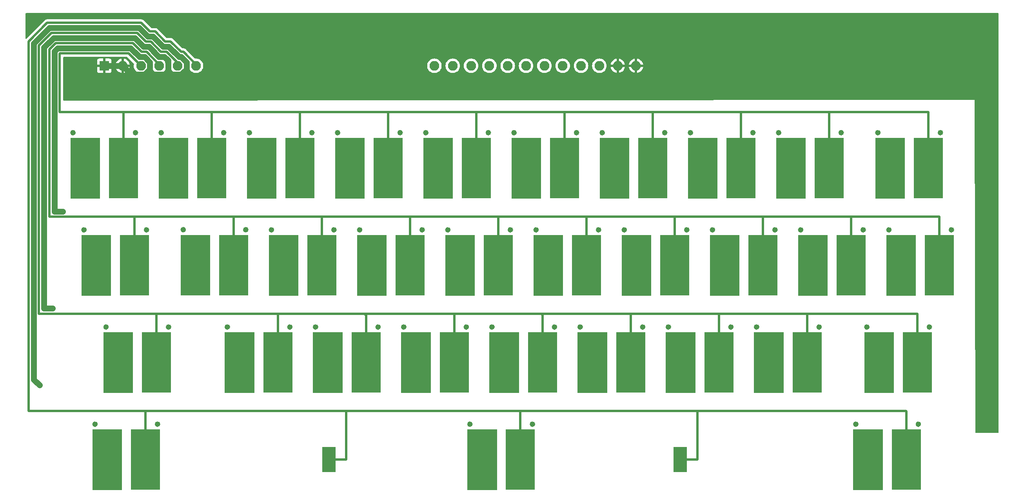
<source format=gtl>
G04 #@! TF.GenerationSoftware,KiCad,Pcbnew,(6.0.6)*
G04 #@! TF.CreationDate,2022-08-19T10:50:45-05:00*
G04 #@! TF.ProjectId,lowercase,6c6f7765-7263-4617-9365-2e6b69636164,1*
G04 #@! TF.SameCoordinates,Original*
G04 #@! TF.FileFunction,Copper,L1,Top*
G04 #@! TF.FilePolarity,Positive*
%FSLAX46Y46*%
G04 Gerber Fmt 4.6, Leading zero omitted, Abs format (unit mm)*
G04 Created by KiCad (PCBNEW (6.0.6)) date 2022-08-19 10:50:45*
%MOMM*%
%LPD*%
G01*
G04 APERTURE LIST*
G04 #@! TA.AperFunction,EtchedComponent*
%ADD10C,0.600000*%
G04 #@! TD*
G04 #@! TA.AperFunction,EtchedComponent*
%ADD11C,0.100000*%
G04 #@! TD*
G04 #@! TA.AperFunction,ConnectorPad*
%ADD12R,6.300000X13.000000*%
G04 #@! TD*
G04 #@! TA.AperFunction,ConnectorPad*
%ADD13R,3.000000X5.500000*%
G04 #@! TD*
G04 #@! TA.AperFunction,ComponentPad*
%ADD14R,2.100000X2.100000*%
G04 #@! TD*
G04 #@! TA.AperFunction,ComponentPad*
%ADD15O,2.100000X2.100000*%
G04 #@! TD*
G04 #@! TA.AperFunction,Conductor*
%ADD16C,1.300000*%
G04 #@! TD*
G04 #@! TA.AperFunction,Conductor*
%ADD17C,0.500000*%
G04 #@! TD*
G04 APERTURE END LIST*
D10*
X33550000Y-52350000D02*
G75*
G03*
X33550000Y-52350000I-300000J0D01*
G01*
X47050000Y-52350000D02*
G75*
G03*
X47050000Y-52350000I-300000J0D01*
G01*
G36*
X39000000Y-66500000D02*
G01*
X32700000Y-66500000D01*
X32700000Y-53500000D01*
X39000000Y-53500000D01*
X39000000Y-66500000D01*
G37*
D11*
X39000000Y-66500000D02*
X32700000Y-66500000D01*
X32700000Y-53500000D01*
X39000000Y-53500000D01*
X39000000Y-66500000D01*
D10*
X49431250Y-73350000D02*
G75*
G03*
X49431250Y-73350000I-300000J0D01*
G01*
X35931250Y-73350000D02*
G75*
G03*
X35931250Y-73350000I-300000J0D01*
G01*
G36*
X41381250Y-87500000D02*
G01*
X35081250Y-87500000D01*
X35081250Y-74500000D01*
X41381250Y-74500000D01*
X41381250Y-87500000D01*
G37*
D11*
X41381250Y-87500000D02*
X35081250Y-87500000D01*
X35081250Y-74500000D01*
X41381250Y-74500000D01*
X41381250Y-87500000D01*
D10*
X40693750Y-94350000D02*
G75*
G03*
X40693750Y-94350000I-300000J0D01*
G01*
X54193750Y-94350000D02*
G75*
G03*
X54193750Y-94350000I-300000J0D01*
G01*
G36*
X46143750Y-108500000D02*
G01*
X39843750Y-108500000D01*
X39843750Y-95500000D01*
X46143750Y-95500000D01*
X46143750Y-108500000D01*
G37*
D11*
X46143750Y-108500000D02*
X39843750Y-108500000D01*
X39843750Y-95500000D01*
X46143750Y-95500000D01*
X46143750Y-108500000D01*
D10*
X51812500Y-115350000D02*
G75*
G03*
X51812500Y-115350000I-300000J0D01*
G01*
X38312500Y-115350000D02*
G75*
G03*
X38312500Y-115350000I-300000J0D01*
G01*
G36*
X43762500Y-129500000D02*
G01*
X37462500Y-129500000D01*
X37462500Y-116500000D01*
X43762500Y-116500000D01*
X43762500Y-129500000D01*
G37*
D11*
X43762500Y-129500000D02*
X37462500Y-129500000D01*
X37462500Y-116500000D01*
X43762500Y-116500000D01*
X43762500Y-129500000D01*
D10*
X66100000Y-52350000D02*
G75*
G03*
X66100000Y-52350000I-300000J0D01*
G01*
X52600000Y-52350000D02*
G75*
G03*
X52600000Y-52350000I-300000J0D01*
G01*
G36*
X58050000Y-66500000D02*
G01*
X51750000Y-66500000D01*
X51750000Y-53500000D01*
X58050000Y-53500000D01*
X58050000Y-66500000D01*
G37*
D11*
X58050000Y-66500000D02*
X51750000Y-66500000D01*
X51750000Y-53500000D01*
X58050000Y-53500000D01*
X58050000Y-66500000D01*
D10*
X70860000Y-73320000D02*
G75*
G03*
X70860000Y-73320000I-300000J0D01*
G01*
X57360000Y-73320000D02*
G75*
G03*
X57360000Y-73320000I-300000J0D01*
G01*
G36*
X62810000Y-87470000D02*
G01*
X56510000Y-87470000D01*
X56510000Y-74470000D01*
X62810000Y-74470000D01*
X62810000Y-87470000D01*
G37*
D11*
X62810000Y-87470000D02*
X56510000Y-87470000D01*
X56510000Y-74470000D01*
X62810000Y-74470000D01*
X62810000Y-87470000D01*
D10*
X80387500Y-94350000D02*
G75*
G03*
X80387500Y-94350000I-300000J0D01*
G01*
X66887500Y-94350000D02*
G75*
G03*
X66887500Y-94350000I-300000J0D01*
G01*
G36*
X72337500Y-108500000D02*
G01*
X66037500Y-108500000D01*
X66037500Y-95500000D01*
X72337500Y-95500000D01*
X72337500Y-108500000D01*
G37*
D11*
X72337500Y-108500000D02*
X66037500Y-108500000D01*
X66037500Y-95500000D01*
X72337500Y-95500000D01*
X72337500Y-108500000D01*
D10*
X132775000Y-115350000D02*
G75*
G03*
X132775000Y-115350000I-300000J0D01*
G01*
X119275000Y-115350000D02*
G75*
G03*
X119275000Y-115350000I-300000J0D01*
G01*
G36*
X124725000Y-129500000D02*
G01*
X118425000Y-129500000D01*
X118425000Y-116500000D01*
X124725000Y-116500000D01*
X124725000Y-129500000D01*
G37*
D11*
X124725000Y-129500000D02*
X118425000Y-129500000D01*
X118425000Y-116500000D01*
X124725000Y-116500000D01*
X124725000Y-129500000D01*
D10*
X85150000Y-52350000D02*
G75*
G03*
X85150000Y-52350000I-300000J0D01*
G01*
X71650000Y-52350000D02*
G75*
G03*
X71650000Y-52350000I-300000J0D01*
G01*
G36*
X77100000Y-66500000D02*
G01*
X70800000Y-66500000D01*
X70800000Y-53500000D01*
X77100000Y-53500000D01*
X77100000Y-66500000D01*
G37*
D11*
X77100000Y-66500000D02*
X70800000Y-66500000D01*
X70800000Y-53500000D01*
X77100000Y-53500000D01*
X77100000Y-66500000D01*
D10*
X89912500Y-73350000D02*
G75*
G03*
X89912500Y-73350000I-300000J0D01*
G01*
X76412500Y-73350000D02*
G75*
G03*
X76412500Y-73350000I-300000J0D01*
G01*
G36*
X81862500Y-87500000D02*
G01*
X75562500Y-87500000D01*
X75562500Y-74500000D01*
X81862500Y-74500000D01*
X81862500Y-87500000D01*
G37*
D11*
X81862500Y-87500000D02*
X75562500Y-87500000D01*
X75562500Y-74500000D01*
X81862500Y-74500000D01*
X81862500Y-87500000D01*
D10*
X85937500Y-94350000D02*
G75*
G03*
X85937500Y-94350000I-300000J0D01*
G01*
X99437500Y-94350000D02*
G75*
G03*
X99437500Y-94350000I-300000J0D01*
G01*
G36*
X91387500Y-108500000D02*
G01*
X85087500Y-108500000D01*
X85087500Y-95500000D01*
X91387500Y-95500000D01*
X91387500Y-108500000D01*
G37*
D11*
X91387500Y-108500000D02*
X85087500Y-108500000D01*
X85087500Y-95500000D01*
X91387500Y-95500000D01*
X91387500Y-108500000D01*
D10*
X216118750Y-115350000D02*
G75*
G03*
X216118750Y-115350000I-300000J0D01*
G01*
X202618750Y-115350000D02*
G75*
G03*
X202618750Y-115350000I-300000J0D01*
G01*
G36*
X208068750Y-129500000D02*
G01*
X201768750Y-129500000D01*
X201768750Y-116500000D01*
X208068750Y-116500000D01*
X208068750Y-129500000D01*
G37*
D11*
X208068750Y-129500000D02*
X201768750Y-129500000D01*
X201768750Y-116500000D01*
X208068750Y-116500000D01*
X208068750Y-129500000D01*
D10*
X90700000Y-52350000D02*
G75*
G03*
X90700000Y-52350000I-300000J0D01*
G01*
X104200000Y-52350000D02*
G75*
G03*
X104200000Y-52350000I-300000J0D01*
G01*
G36*
X96150000Y-66500000D02*
G01*
X89850000Y-66500000D01*
X89850000Y-53500000D01*
X96150000Y-53500000D01*
X96150000Y-66500000D01*
G37*
D11*
X96150000Y-66500000D02*
X89850000Y-66500000D01*
X89850000Y-53500000D01*
X96150000Y-53500000D01*
X96150000Y-66500000D01*
D10*
X95462500Y-73350000D02*
G75*
G03*
X95462500Y-73350000I-300000J0D01*
G01*
X108962500Y-73350000D02*
G75*
G03*
X108962500Y-73350000I-300000J0D01*
G01*
G36*
X100912500Y-87500000D02*
G01*
X94612500Y-87500000D01*
X94612500Y-74500000D01*
X100912500Y-74500000D01*
X100912500Y-87500000D01*
G37*
D11*
X100912500Y-87500000D02*
X94612500Y-87500000D01*
X94612500Y-74500000D01*
X100912500Y-74500000D01*
X100912500Y-87500000D01*
D10*
X118487500Y-94350000D02*
G75*
G03*
X118487500Y-94350000I-300000J0D01*
G01*
X104987500Y-94350000D02*
G75*
G03*
X104987500Y-94350000I-300000J0D01*
G01*
G36*
X110437500Y-108500000D02*
G01*
X104137500Y-108500000D01*
X104137500Y-95500000D01*
X110437500Y-95500000D01*
X110437500Y-108500000D01*
G37*
D11*
X110437500Y-108500000D02*
X104137500Y-108500000D01*
X104137500Y-95500000D01*
X110437500Y-95500000D01*
X110437500Y-108500000D01*
D10*
X123250000Y-52350000D02*
G75*
G03*
X123250000Y-52350000I-300000J0D01*
G01*
X109750000Y-52350000D02*
G75*
G03*
X109750000Y-52350000I-300000J0D01*
G01*
G36*
X115200000Y-66500000D02*
G01*
X108900000Y-66500000D01*
X108900000Y-53500000D01*
X115200000Y-53500000D01*
X115200000Y-66500000D01*
G37*
D11*
X115200000Y-66500000D02*
X108900000Y-66500000D01*
X108900000Y-53500000D01*
X115200000Y-53500000D01*
X115200000Y-66500000D01*
D10*
X128012500Y-73350000D02*
G75*
G03*
X128012500Y-73350000I-300000J0D01*
G01*
X114512500Y-73350000D02*
G75*
G03*
X114512500Y-73350000I-300000J0D01*
G01*
G36*
X119962500Y-87500000D02*
G01*
X113662500Y-87500000D01*
X113662500Y-74500000D01*
X119962500Y-74500000D01*
X119962500Y-87500000D01*
G37*
D11*
X119962500Y-87500000D02*
X113662500Y-87500000D01*
X113662500Y-74500000D01*
X119962500Y-74500000D01*
X119962500Y-87500000D01*
D10*
X124037500Y-94350000D02*
G75*
G03*
X124037500Y-94350000I-300000J0D01*
G01*
X137537500Y-94350000D02*
G75*
G03*
X137537500Y-94350000I-300000J0D01*
G01*
G36*
X129487500Y-108500000D02*
G01*
X123187500Y-108500000D01*
X123187500Y-95500000D01*
X129487500Y-95500000D01*
X129487500Y-108500000D01*
G37*
D11*
X129487500Y-108500000D02*
X123187500Y-108500000D01*
X123187500Y-95500000D01*
X129487500Y-95500000D01*
X129487500Y-108500000D01*
D10*
X142300000Y-52350000D02*
G75*
G03*
X142300000Y-52350000I-300000J0D01*
G01*
X128800000Y-52350000D02*
G75*
G03*
X128800000Y-52350000I-300000J0D01*
G01*
G36*
X134250000Y-66500000D02*
G01*
X127950000Y-66500000D01*
X127950000Y-53500000D01*
X134250000Y-53500000D01*
X134250000Y-66500000D01*
G37*
D11*
X134250000Y-66500000D02*
X127950000Y-66500000D01*
X127950000Y-53500000D01*
X134250000Y-53500000D01*
X134250000Y-66500000D01*
D10*
X147062500Y-73350000D02*
G75*
G03*
X147062500Y-73350000I-300000J0D01*
G01*
X133562500Y-73350000D02*
G75*
G03*
X133562500Y-73350000I-300000J0D01*
G01*
G36*
X139012500Y-87500000D02*
G01*
X132712500Y-87500000D01*
X132712500Y-74500000D01*
X139012500Y-74500000D01*
X139012500Y-87500000D01*
G37*
D11*
X139012500Y-87500000D02*
X132712500Y-87500000D01*
X132712500Y-74500000D01*
X139012500Y-74500000D01*
X139012500Y-87500000D01*
D10*
X156587500Y-94350000D02*
G75*
G03*
X156587500Y-94350000I-300000J0D01*
G01*
X143087500Y-94350000D02*
G75*
G03*
X143087500Y-94350000I-300000J0D01*
G01*
G36*
X148537500Y-108500000D02*
G01*
X142237500Y-108500000D01*
X142237500Y-95500000D01*
X148537500Y-95500000D01*
X148537500Y-108500000D01*
G37*
D11*
X148537500Y-108500000D02*
X142237500Y-108500000D01*
X142237500Y-95500000D01*
X148537500Y-95500000D01*
X148537500Y-108500000D01*
D10*
X161350000Y-52350000D02*
G75*
G03*
X161350000Y-52350000I-300000J0D01*
G01*
X147850000Y-52350000D02*
G75*
G03*
X147850000Y-52350000I-300000J0D01*
G01*
G36*
X153300000Y-66500000D02*
G01*
X147000000Y-66500000D01*
X147000000Y-53500000D01*
X153300000Y-53500000D01*
X153300000Y-66500000D01*
G37*
D11*
X153300000Y-66500000D02*
X147000000Y-66500000D01*
X147000000Y-53500000D01*
X153300000Y-53500000D01*
X153300000Y-66500000D01*
D10*
X166112500Y-73350000D02*
G75*
G03*
X166112500Y-73350000I-300000J0D01*
G01*
X152612500Y-73350000D02*
G75*
G03*
X152612500Y-73350000I-300000J0D01*
G01*
G36*
X158062500Y-87500000D02*
G01*
X151762500Y-87500000D01*
X151762500Y-74500000D01*
X158062500Y-74500000D01*
X158062500Y-87500000D01*
G37*
D11*
X158062500Y-87500000D02*
X151762500Y-87500000D01*
X151762500Y-74500000D01*
X158062500Y-74500000D01*
X158062500Y-87500000D01*
D10*
X162137500Y-94350000D02*
G75*
G03*
X162137500Y-94350000I-300000J0D01*
G01*
X175637500Y-94350000D02*
G75*
G03*
X175637500Y-94350000I-300000J0D01*
G01*
G36*
X167587500Y-108500000D02*
G01*
X161287500Y-108500000D01*
X161287500Y-95500000D01*
X167587500Y-95500000D01*
X167587500Y-108500000D01*
G37*
D11*
X167587500Y-108500000D02*
X161287500Y-108500000D01*
X161287500Y-95500000D01*
X167587500Y-95500000D01*
X167587500Y-108500000D01*
D10*
X180400000Y-52350000D02*
G75*
G03*
X180400000Y-52350000I-300000J0D01*
G01*
X166900000Y-52350000D02*
G75*
G03*
X166900000Y-52350000I-300000J0D01*
G01*
G36*
X172350000Y-66500000D02*
G01*
X166050000Y-66500000D01*
X166050000Y-53500000D01*
X172350000Y-53500000D01*
X172350000Y-66500000D01*
G37*
D11*
X172350000Y-66500000D02*
X166050000Y-66500000D01*
X166050000Y-53500000D01*
X172350000Y-53500000D01*
X172350000Y-66500000D01*
D10*
X171662500Y-73350000D02*
G75*
G03*
X171662500Y-73350000I-300000J0D01*
G01*
X185162500Y-73350000D02*
G75*
G03*
X185162500Y-73350000I-300000J0D01*
G01*
G36*
X177112500Y-87500000D02*
G01*
X170812500Y-87500000D01*
X170812500Y-74500000D01*
X177112500Y-74500000D01*
X177112500Y-87500000D01*
G37*
D11*
X177112500Y-87500000D02*
X170812500Y-87500000D01*
X170812500Y-74500000D01*
X177112500Y-74500000D01*
X177112500Y-87500000D01*
D10*
X194687500Y-94350000D02*
G75*
G03*
X194687500Y-94350000I-300000J0D01*
G01*
X181187500Y-94350000D02*
G75*
G03*
X181187500Y-94350000I-300000J0D01*
G01*
G36*
X186637500Y-108500000D02*
G01*
X180337500Y-108500000D01*
X180337500Y-95500000D01*
X186637500Y-95500000D01*
X186637500Y-108500000D01*
G37*
D11*
X186637500Y-108500000D02*
X180337500Y-108500000D01*
X180337500Y-95500000D01*
X186637500Y-95500000D01*
X186637500Y-108500000D01*
D10*
X199450000Y-52350000D02*
G75*
G03*
X199450000Y-52350000I-300000J0D01*
G01*
X185950000Y-52350000D02*
G75*
G03*
X185950000Y-52350000I-300000J0D01*
G01*
G36*
X191400000Y-66500000D02*
G01*
X185100000Y-66500000D01*
X185100000Y-53500000D01*
X191400000Y-53500000D01*
X191400000Y-66500000D01*
G37*
D11*
X191400000Y-66500000D02*
X185100000Y-66500000D01*
X185100000Y-53500000D01*
X191400000Y-53500000D01*
X191400000Y-66500000D01*
D10*
X204212500Y-73350000D02*
G75*
G03*
X204212500Y-73350000I-300000J0D01*
G01*
X190712500Y-73350000D02*
G75*
G03*
X190712500Y-73350000I-300000J0D01*
G01*
G36*
X196162500Y-87500000D02*
G01*
X189862500Y-87500000D01*
X189862500Y-74500000D01*
X196162500Y-74500000D01*
X196162500Y-87500000D01*
G37*
D11*
X196162500Y-87500000D02*
X189862500Y-87500000D01*
X189862500Y-74500000D01*
X196162500Y-74500000D01*
X196162500Y-87500000D01*
D10*
X205000000Y-94350000D02*
G75*
G03*
X205000000Y-94350000I-300000J0D01*
G01*
X218500000Y-94350000D02*
G75*
G03*
X218500000Y-94350000I-300000J0D01*
G01*
G36*
X210450000Y-108500000D02*
G01*
X204150000Y-108500000D01*
X204150000Y-95500000D01*
X210450000Y-95500000D01*
X210450000Y-108500000D01*
G37*
D11*
X210450000Y-108500000D02*
X204150000Y-108500000D01*
X204150000Y-95500000D01*
X210450000Y-95500000D01*
X210450000Y-108500000D01*
D10*
X220881250Y-52350000D02*
G75*
G03*
X220881250Y-52350000I-300000J0D01*
G01*
X207381250Y-52350000D02*
G75*
G03*
X207381250Y-52350000I-300000J0D01*
G01*
G36*
X212831250Y-66500000D02*
G01*
X206531250Y-66500000D01*
X206531250Y-53500000D01*
X212831250Y-53500000D01*
X212831250Y-66500000D01*
G37*
D11*
X212831250Y-66500000D02*
X206531250Y-66500000D01*
X206531250Y-53500000D01*
X212831250Y-53500000D01*
X212831250Y-66500000D01*
D10*
X223262500Y-73350000D02*
G75*
G03*
X223262500Y-73350000I-300000J0D01*
G01*
X209762500Y-73350000D02*
G75*
G03*
X209762500Y-73350000I-300000J0D01*
G01*
G36*
X215212500Y-87500000D02*
G01*
X208912500Y-87500000D01*
X208912500Y-74500000D01*
X215212500Y-74500000D01*
X215212500Y-87500000D01*
G37*
D11*
X215212500Y-87500000D02*
X208912500Y-87500000D01*
X208912500Y-74500000D01*
X215212500Y-74500000D01*
X215212500Y-87500000D01*
D12*
X44150000Y-60000000D03*
X46531250Y-81000000D03*
X51293750Y-102000000D03*
X48912500Y-123000000D03*
X63200000Y-60000000D03*
X67960000Y-80970000D03*
X77487500Y-102000000D03*
X129875000Y-123000000D03*
X82250000Y-60000000D03*
X87012500Y-81000000D03*
X96537500Y-102000000D03*
X213218750Y-123000000D03*
X101300000Y-60000000D03*
X106062500Y-81000000D03*
X115587500Y-102000000D03*
X120350000Y-60000000D03*
X125112500Y-81000000D03*
X134637500Y-102000000D03*
X139400000Y-60000000D03*
X144162500Y-81000000D03*
X153687500Y-102000000D03*
X158450000Y-60000000D03*
X163212500Y-81000000D03*
X172737500Y-102000000D03*
X177500000Y-60000000D03*
X182262500Y-81000000D03*
X191787500Y-102000000D03*
X196550000Y-60000000D03*
X201312500Y-81000000D03*
X215600000Y-102000000D03*
X217981250Y-60000000D03*
X220362500Y-81000000D03*
D13*
X88500000Y-123000000D03*
D14*
X40020000Y-37890000D03*
D15*
X43980000Y-37890000D03*
X47940000Y-37890000D03*
X51900000Y-37890000D03*
X55860000Y-37890000D03*
X59820000Y-37890000D03*
X111300000Y-37890000D03*
X115260000Y-37890000D03*
X119220000Y-37890000D03*
X123180000Y-37890000D03*
X127140000Y-37890000D03*
X131100000Y-37890000D03*
X135060000Y-37890000D03*
X139020000Y-37890000D03*
X142980000Y-37890000D03*
X146940000Y-37890000D03*
X150900000Y-37890000D03*
X154860000Y-37890000D03*
D13*
X164400000Y-123000000D03*
D16*
X49840000Y-37102994D02*
X48727006Y-35990000D01*
X24760000Y-33200000D02*
X24760000Y-33101828D01*
X53800000Y-36750000D02*
X52980000Y-35930000D01*
X56647006Y-35990000D02*
X57760000Y-37102994D01*
X24810000Y-105694366D02*
X24810000Y-33250000D01*
X53420000Y-39790000D02*
X48727006Y-39790000D01*
X48727006Y-35990000D02*
X47595634Y-35990000D01*
X53480000Y-39790000D02*
X53450000Y-39760000D01*
X26057817Y-106942183D02*
X24810000Y-105694366D01*
X51778274Y-35930000D02*
X49638274Y-33790000D01*
X52980000Y-35930000D02*
X51778274Y-35930000D01*
X45725634Y-34120000D02*
X29964366Y-34120000D01*
X53800000Y-36750000D02*
X53800000Y-37520000D01*
X43980000Y-37890000D02*
X45880000Y-39790000D01*
X27010000Y-33963096D02*
X27010000Y-90320000D01*
X53891268Y-33730000D02*
X56151268Y-35990000D01*
X53800000Y-39470000D02*
X53480000Y-39790000D01*
X40020000Y-37890000D02*
X43980000Y-37890000D01*
X57760000Y-38677006D02*
X56647006Y-39790000D01*
X49638274Y-33790000D02*
X48506902Y-33790000D01*
X47595634Y-35990000D02*
X45725634Y-34120000D01*
X48506902Y-33790000D02*
X46636902Y-31920000D01*
X53450000Y-39760000D02*
X53420000Y-39790000D01*
X29300000Y-69400000D02*
X31020000Y-69400000D01*
X27010000Y-90320000D02*
X28810000Y-90320000D01*
X24760000Y-33101828D02*
X28141828Y-29720000D01*
X53620001Y-36570001D02*
X53800000Y-36750000D01*
X48727006Y-39790000D02*
X45880000Y-39790000D01*
X29053096Y-31920000D02*
X27010000Y-33963096D01*
X46636902Y-31920000D02*
X29053096Y-31920000D01*
X57760000Y-37102994D02*
X57760000Y-38677006D01*
X29300000Y-34784365D02*
X29300000Y-69400000D01*
X49418170Y-31590000D02*
X50549542Y-31590000D01*
X48727006Y-39790000D02*
X49840000Y-38677006D01*
X53800000Y-37520000D02*
X53620001Y-36570001D01*
X52689542Y-33730000D02*
X53891268Y-33730000D01*
X49840000Y-38677006D02*
X49840000Y-37102994D01*
X53800000Y-37520000D02*
X53800000Y-39470000D01*
X56151268Y-35990000D02*
X56647006Y-35990000D01*
X56647006Y-39790000D02*
X53480000Y-39790000D01*
X47548170Y-29720000D02*
X49418170Y-31590000D01*
X24810000Y-33250000D02*
X24760000Y-33200000D01*
X50549542Y-31590000D02*
X52689542Y-33730000D01*
X29964366Y-34120000D02*
X29300000Y-34784365D01*
X28141828Y-29720000D02*
X47548170Y-29720000D01*
D17*
X213218750Y-112618750D02*
X213218750Y-123000000D01*
X170320000Y-112500000D02*
X173850000Y-112500000D01*
X129875000Y-112585000D02*
X129875000Y-123000000D01*
X59820000Y-37607360D02*
X59820000Y-37890000D01*
X92260000Y-123000000D02*
X92260000Y-112560000D01*
X56606902Y-34890000D02*
X57102640Y-34890000D01*
X88500000Y-123000000D02*
X92260000Y-123000000D01*
X48980000Y-112500000D02*
X23660000Y-112500000D01*
X48912500Y-112567500D02*
X48912500Y-123000000D01*
X51005176Y-30490000D02*
X53145176Y-32630000D01*
X168150000Y-122970000D02*
X168150000Y-112500000D01*
X94420000Y-112500000D02*
X170320000Y-112500000D01*
X48980000Y-112500000D02*
X48912500Y-112567500D01*
X168150000Y-122970000D02*
X168120000Y-123000000D01*
X168120000Y-123000000D02*
X164400000Y-123000000D01*
X53145176Y-32630000D02*
X54346902Y-32630000D01*
X48003804Y-28620000D02*
X49873804Y-30490000D01*
X27686193Y-28620000D02*
X48003804Y-28620000D01*
X57102640Y-34890000D02*
X59820000Y-37607360D01*
X48980000Y-112500000D02*
X92320000Y-112500000D01*
X213100000Y-112500000D02*
X213218750Y-112618750D01*
X129790000Y-112500000D02*
X129875000Y-112585000D01*
X23660000Y-32646194D02*
X27686193Y-28620000D01*
X49873804Y-30490000D02*
X51005176Y-30490000D01*
X173850000Y-112500000D02*
X213100000Y-112500000D01*
X92320000Y-112500000D02*
X94420000Y-112500000D01*
X92260000Y-112560000D02*
X92320000Y-112500000D01*
X54346902Y-32630000D02*
X56606902Y-34890000D01*
X23660000Y-112500000D02*
X23660000Y-32646194D01*
X77390000Y-91500000D02*
X77610000Y-91500000D01*
X51293750Y-91646250D02*
X51293750Y-102000000D01*
X215600000Y-91500000D02*
X215600000Y-102000000D01*
X191720000Y-91500000D02*
X191787500Y-91567500D01*
X153520000Y-91500000D02*
X191720000Y-91500000D01*
X96537500Y-91797500D02*
X96537500Y-102000000D01*
X96240000Y-91500000D02*
X96537500Y-91797500D01*
X53435634Y-34830000D02*
X55860000Y-37254366D01*
X153520000Y-91500000D02*
X153687500Y-91667500D01*
X77487500Y-91597500D02*
X77487500Y-102000000D01*
X51440000Y-91500000D02*
X77390000Y-91500000D01*
X134390000Y-91500000D02*
X153520000Y-91500000D01*
X77610000Y-91500000D02*
X96240000Y-91500000D01*
X134637500Y-91747500D02*
X134637500Y-102000000D01*
X48962536Y-32690000D02*
X50093908Y-32690000D01*
X47092536Y-30820000D02*
X48962536Y-32690000D01*
X51440000Y-91500000D02*
X51293750Y-91646250D01*
X172737500Y-91572500D02*
X172737500Y-102000000D01*
X25910000Y-33507462D02*
X28597462Y-30820000D01*
X52233908Y-34830000D02*
X53435634Y-34830000D01*
X50093908Y-32690000D02*
X52233908Y-34830000D01*
X96240000Y-91500000D02*
X115390000Y-91500000D01*
X191787500Y-91567500D02*
X191787500Y-102000000D01*
X115390000Y-91500000D02*
X115587500Y-91697500D01*
X115390000Y-91500000D02*
X134390000Y-91500000D01*
X51440000Y-91500000D02*
X25910000Y-91500000D01*
X25910000Y-91500000D02*
X25910000Y-33507462D01*
X77390000Y-91500000D02*
X77487500Y-91597500D01*
X134390000Y-91500000D02*
X134637500Y-91747500D01*
X115587500Y-91697500D02*
X115587500Y-102000000D01*
X55860000Y-37254366D02*
X55860000Y-37890000D01*
X153687500Y-91667500D02*
X153687500Y-102000000D01*
X28597462Y-30820000D02*
X47092536Y-30820000D01*
X191720000Y-91500000D02*
X215600000Y-91500000D01*
X201480000Y-70500000D02*
X106130000Y-70500000D01*
X106130000Y-70500000D02*
X87080000Y-70500000D01*
X45100000Y-70500000D02*
X28200000Y-70500000D01*
X182300000Y-70500000D02*
X182262500Y-70537500D01*
X49182640Y-34890000D02*
X51900000Y-37607360D01*
X106062500Y-70567500D02*
X106062500Y-81000000D01*
X45100000Y-70500000D02*
X46330000Y-70500000D01*
X67940000Y-70500000D02*
X45100000Y-70500000D01*
X163400000Y-70500000D02*
X163212500Y-70687500D01*
X125030000Y-70500000D02*
X125112500Y-70582500D01*
X28200000Y-34328729D02*
X29508731Y-33020000D01*
X201480000Y-70500000D02*
X201312500Y-70667500D01*
X87012500Y-70567500D02*
X87080000Y-70500000D01*
X51900000Y-37607360D02*
X51900000Y-37890000D01*
X67960000Y-70520000D02*
X67960000Y-80970000D01*
X29508731Y-33020000D02*
X46181268Y-33020000D01*
X220362500Y-70500000D02*
X201480000Y-70500000D01*
X46330000Y-70500000D02*
X46531250Y-70701250D01*
X48051268Y-34890000D02*
X49182640Y-34890000D01*
X182262500Y-70537500D02*
X182262500Y-81000000D01*
X144162500Y-70527500D02*
X144162500Y-81000000D01*
X106130000Y-70500000D02*
X106062500Y-70567500D01*
X46181268Y-33020000D02*
X48051268Y-34890000D01*
X201312500Y-70667500D02*
X201312500Y-81000000D01*
X87080000Y-70500000D02*
X67940000Y-70500000D01*
X87012500Y-81000000D02*
X87012500Y-70567500D01*
X67940000Y-70500000D02*
X67960000Y-70520000D01*
X125112500Y-70582500D02*
X125112500Y-81000000D01*
X163212500Y-70687500D02*
X163212500Y-81000000D01*
X220362500Y-81000000D02*
X220362500Y-70500000D01*
X46531250Y-70701250D02*
X46531250Y-81000000D01*
X28200000Y-70500000D02*
X28200000Y-34328729D01*
X158600000Y-47850000D02*
X158450000Y-48000000D01*
X82460000Y-47850000D02*
X82250000Y-48060000D01*
X41710000Y-47850000D02*
X30400000Y-47850000D01*
X120350000Y-48030000D02*
X120350000Y-60000000D01*
X45270000Y-35220000D02*
X47940000Y-37890000D01*
X217981250Y-47850000D02*
X177300000Y-47850000D01*
X177300000Y-47850000D02*
X158600000Y-47850000D01*
X158600000Y-47850000D02*
X139340000Y-47850000D01*
X43900000Y-47850000D02*
X44150000Y-48100000D01*
X120530000Y-47850000D02*
X120350000Y-48030000D01*
X177300000Y-47850000D02*
X177500000Y-48050000D01*
X177500000Y-48050000D02*
X177500000Y-60000000D01*
X139400000Y-47910000D02*
X139400000Y-60000000D01*
X30420001Y-35220000D02*
X45270000Y-35220000D01*
X139340000Y-47850000D02*
X120530000Y-47850000D01*
X101300000Y-48050000D02*
X101300000Y-60000000D01*
X101500000Y-47850000D02*
X101300000Y-48050000D01*
X217981250Y-47850000D02*
X217981250Y-60000000D01*
X82460000Y-47850000D02*
X63140000Y-47850000D01*
X196550000Y-48250000D02*
X196550000Y-60000000D01*
X120530000Y-47850000D02*
X101500000Y-47850000D01*
X43900000Y-47850000D02*
X41710000Y-47850000D01*
X63200000Y-47910000D02*
X63200000Y-60000000D01*
X82250000Y-48060000D02*
X82250000Y-60000000D01*
X63140000Y-47850000D02*
X63200000Y-47910000D01*
X158450000Y-48000000D02*
X158450000Y-60000000D01*
X30400000Y-35240000D02*
X30420001Y-35220000D01*
X30400000Y-47850000D02*
X30400000Y-35240000D01*
X44150000Y-48100000D02*
X44150000Y-60000000D01*
X101500000Y-47850000D02*
X82460000Y-47850000D01*
X63140000Y-47850000D02*
X41710000Y-47850000D01*
X139340000Y-47850000D02*
X139400000Y-47910000D01*
G04 #@! TA.AperFunction,Conductor*
G36*
X233093621Y-26528502D02*
G01*
X233140114Y-26582158D01*
X233151500Y-26634500D01*
X233151500Y-117133033D01*
X233131498Y-117201154D01*
X233077842Y-117247647D01*
X233025268Y-117259033D01*
X228297311Y-117250322D01*
X228229227Y-117230194D01*
X228182833Y-117176453D01*
X228171543Y-117124621D01*
X228001168Y-45247719D01*
X228001125Y-45229605D01*
X114319446Y-45334961D01*
X31284617Y-45411914D01*
X31216478Y-45391975D01*
X31169935Y-45338362D01*
X31158500Y-45285914D01*
X31158500Y-38984669D01*
X38462001Y-38984669D01*
X38462371Y-38991490D01*
X38467895Y-39042352D01*
X38471521Y-39057604D01*
X38516676Y-39178054D01*
X38525214Y-39193649D01*
X38601715Y-39295724D01*
X38614276Y-39308285D01*
X38716351Y-39384786D01*
X38731946Y-39393324D01*
X38852394Y-39438478D01*
X38867649Y-39442105D01*
X38918514Y-39447631D01*
X38925328Y-39448000D01*
X39747885Y-39448000D01*
X39763124Y-39443525D01*
X39764329Y-39442135D01*
X39766000Y-39434452D01*
X39766000Y-39429884D01*
X40274000Y-39429884D01*
X40278475Y-39445123D01*
X40279865Y-39446328D01*
X40287548Y-39447999D01*
X41114669Y-39447999D01*
X41121490Y-39447629D01*
X41172352Y-39442105D01*
X41187604Y-39438479D01*
X41308054Y-39393324D01*
X41323649Y-39384786D01*
X41425724Y-39308285D01*
X41438285Y-39295724D01*
X41514786Y-39193649D01*
X41523324Y-39178054D01*
X41568478Y-39057606D01*
X41572105Y-39042351D01*
X41577631Y-38991486D01*
X41578000Y-38984672D01*
X41578000Y-38162115D01*
X41576625Y-38157431D01*
X42441933Y-38157431D01*
X42492517Y-38368125D01*
X42495566Y-38377510D01*
X42585625Y-38594933D01*
X42590107Y-38603728D01*
X42713065Y-38804376D01*
X42718872Y-38812369D01*
X42871708Y-38991317D01*
X42878683Y-38998292D01*
X43057631Y-39151128D01*
X43065624Y-39156935D01*
X43266272Y-39279893D01*
X43275067Y-39284375D01*
X43492490Y-39374434D01*
X43501875Y-39377483D01*
X43708385Y-39427062D01*
X43722470Y-39426357D01*
X43726000Y-39417478D01*
X43726000Y-39413176D01*
X44234000Y-39413176D01*
X44237973Y-39426707D01*
X44247431Y-39428067D01*
X44458125Y-39377483D01*
X44467510Y-39374434D01*
X44684933Y-39284375D01*
X44693728Y-39279893D01*
X44894376Y-39156935D01*
X44902369Y-39151128D01*
X45081317Y-38998292D01*
X45088292Y-38991317D01*
X45241128Y-38812369D01*
X45246935Y-38804376D01*
X45369893Y-38603728D01*
X45374375Y-38594933D01*
X45464434Y-38377510D01*
X45467483Y-38368125D01*
X45517062Y-38161615D01*
X45516357Y-38147530D01*
X45507478Y-38144000D01*
X44252115Y-38144000D01*
X44236876Y-38148475D01*
X44235671Y-38149865D01*
X44234000Y-38157548D01*
X44234000Y-39413176D01*
X43726000Y-39413176D01*
X43726000Y-38162115D01*
X43721525Y-38146876D01*
X43720135Y-38145671D01*
X43712452Y-38144000D01*
X42456824Y-38144000D01*
X42443293Y-38147973D01*
X42441933Y-38157431D01*
X41576625Y-38157431D01*
X41573525Y-38146876D01*
X41572135Y-38145671D01*
X41564452Y-38144000D01*
X40292115Y-38144000D01*
X40276876Y-38148475D01*
X40275671Y-38149865D01*
X40274000Y-38157548D01*
X40274000Y-39429884D01*
X39766000Y-39429884D01*
X39766000Y-38162115D01*
X39761525Y-38146876D01*
X39760135Y-38145671D01*
X39752452Y-38144000D01*
X38480116Y-38144000D01*
X38464877Y-38148475D01*
X38463672Y-38149865D01*
X38462001Y-38157548D01*
X38462001Y-38984669D01*
X31158500Y-38984669D01*
X31158500Y-37617885D01*
X38462000Y-37617885D01*
X38466475Y-37633124D01*
X38467865Y-37634329D01*
X38475548Y-37636000D01*
X39747885Y-37636000D01*
X39763124Y-37631525D01*
X39764329Y-37630135D01*
X39766000Y-37622452D01*
X39766000Y-37617885D01*
X40274000Y-37617885D01*
X40278475Y-37633124D01*
X40279865Y-37634329D01*
X40287548Y-37636000D01*
X41559884Y-37636000D01*
X41575123Y-37631525D01*
X41576328Y-37630135D01*
X41577999Y-37622452D01*
X41577999Y-37618385D01*
X42442938Y-37618385D01*
X42443643Y-37632470D01*
X42452522Y-37636000D01*
X43707885Y-37636000D01*
X43723124Y-37631525D01*
X43724329Y-37630135D01*
X43726000Y-37622452D01*
X43726000Y-37617885D01*
X44234000Y-37617885D01*
X44238475Y-37633124D01*
X44239865Y-37634329D01*
X44247548Y-37636000D01*
X45503176Y-37636000D01*
X45516707Y-37632027D01*
X45518067Y-37622569D01*
X45467483Y-37411875D01*
X45464434Y-37402490D01*
X45374375Y-37185067D01*
X45369893Y-37176272D01*
X45246935Y-36975624D01*
X45241128Y-36967631D01*
X45088292Y-36788683D01*
X45081317Y-36781708D01*
X44902369Y-36628872D01*
X44894376Y-36623065D01*
X44693728Y-36500107D01*
X44684933Y-36495625D01*
X44467510Y-36405566D01*
X44458125Y-36402517D01*
X44251615Y-36352938D01*
X44237530Y-36353643D01*
X44234000Y-36362522D01*
X44234000Y-37617885D01*
X43726000Y-37617885D01*
X43726000Y-36366824D01*
X43722027Y-36353293D01*
X43712569Y-36351933D01*
X43501875Y-36402517D01*
X43492490Y-36405566D01*
X43275067Y-36495625D01*
X43266272Y-36500107D01*
X43065624Y-36623065D01*
X43057631Y-36628872D01*
X42878683Y-36781708D01*
X42871708Y-36788683D01*
X42718872Y-36967631D01*
X42713065Y-36975624D01*
X42590107Y-37176272D01*
X42585625Y-37185067D01*
X42495566Y-37402490D01*
X42492517Y-37411875D01*
X42442938Y-37618385D01*
X41577999Y-37618385D01*
X41577999Y-36795331D01*
X41577629Y-36788510D01*
X41572105Y-36737648D01*
X41568479Y-36722396D01*
X41523324Y-36601946D01*
X41514786Y-36586351D01*
X41438285Y-36484276D01*
X41425724Y-36471715D01*
X41323649Y-36395214D01*
X41308054Y-36386676D01*
X41187606Y-36341522D01*
X41172351Y-36337895D01*
X41121486Y-36332369D01*
X41114672Y-36332000D01*
X40292115Y-36332000D01*
X40276876Y-36336475D01*
X40275671Y-36337865D01*
X40274000Y-36345548D01*
X40274000Y-37617885D01*
X39766000Y-37617885D01*
X39766000Y-36350116D01*
X39761525Y-36334877D01*
X39760135Y-36333672D01*
X39752452Y-36332001D01*
X38925331Y-36332001D01*
X38918510Y-36332371D01*
X38867648Y-36337895D01*
X38852396Y-36341521D01*
X38731946Y-36386676D01*
X38716351Y-36395214D01*
X38614276Y-36471715D01*
X38601715Y-36484276D01*
X38525214Y-36586351D01*
X38516676Y-36601946D01*
X38471522Y-36722394D01*
X38467895Y-36737649D01*
X38462369Y-36788514D01*
X38462000Y-36795328D01*
X38462000Y-37617885D01*
X31158500Y-37617885D01*
X31158500Y-36104500D01*
X31178502Y-36036379D01*
X31232158Y-35989886D01*
X31284500Y-35978500D01*
X44903629Y-35978500D01*
X44971750Y-35998502D01*
X44992724Y-36015405D01*
X46389947Y-37412628D01*
X46423973Y-37474940D01*
X46423370Y-37531138D01*
X46397085Y-37640621D01*
X46397084Y-37640629D01*
X46395928Y-37645443D01*
X46376681Y-37890000D01*
X46395928Y-38134557D01*
X46397082Y-38139364D01*
X46397083Y-38139370D01*
X46402424Y-38161615D01*
X46453195Y-38373092D01*
X46547073Y-38599732D01*
X46675248Y-38808896D01*
X46834567Y-38995433D01*
X46838323Y-38998641D01*
X47016861Y-39151128D01*
X47021104Y-39154752D01*
X47025327Y-39157340D01*
X47025330Y-39157342D01*
X47094515Y-39199738D01*
X47230268Y-39282927D01*
X47374967Y-39342864D01*
X47452335Y-39374911D01*
X47452337Y-39374912D01*
X47456908Y-39376805D01*
X47525715Y-39393324D01*
X47690630Y-39432917D01*
X47690636Y-39432918D01*
X47695443Y-39434072D01*
X47940000Y-39453319D01*
X48184557Y-39434072D01*
X48189364Y-39432918D01*
X48189370Y-39432917D01*
X48354285Y-39393324D01*
X48423092Y-39376805D01*
X48427663Y-39374912D01*
X48427665Y-39374911D01*
X48505033Y-39342864D01*
X48649732Y-39282927D01*
X48785485Y-39199738D01*
X48854670Y-39157342D01*
X48854673Y-39157340D01*
X48858896Y-39154752D01*
X48863140Y-39151128D01*
X49041677Y-38998641D01*
X49045433Y-38995433D01*
X49204752Y-38808896D01*
X49332927Y-38599732D01*
X49426805Y-38373092D01*
X49477576Y-38161615D01*
X49482917Y-38139370D01*
X49482918Y-38139364D01*
X49484072Y-38134557D01*
X49503319Y-37890000D01*
X49484072Y-37645443D01*
X49482915Y-37640621D01*
X49427960Y-37411720D01*
X49426805Y-37406908D01*
X49332927Y-37180268D01*
X49204752Y-36971104D01*
X49193056Y-36957409D01*
X49048641Y-36788323D01*
X49045433Y-36784567D01*
X48990500Y-36737649D01*
X48862663Y-36628465D01*
X48862660Y-36628463D01*
X48858896Y-36625248D01*
X48854673Y-36622660D01*
X48854670Y-36622658D01*
X48785485Y-36580262D01*
X48649732Y-36497073D01*
X48505033Y-36437136D01*
X48427665Y-36405089D01*
X48427663Y-36405088D01*
X48423092Y-36403195D01*
X48298862Y-36373370D01*
X48189370Y-36347083D01*
X48189364Y-36347082D01*
X48184557Y-36345928D01*
X47940000Y-36326681D01*
X47695443Y-36345928D01*
X47690629Y-36347084D01*
X47690621Y-36347085D01*
X47581138Y-36373370D01*
X47510230Y-36369824D01*
X47462628Y-36339947D01*
X45853770Y-34731089D01*
X45841384Y-34716677D01*
X45832851Y-34705082D01*
X45832846Y-34705077D01*
X45828508Y-34699182D01*
X45822930Y-34694443D01*
X45822927Y-34694440D01*
X45788232Y-34664965D01*
X45780716Y-34658035D01*
X45775021Y-34652340D01*
X45763102Y-34642910D01*
X45752749Y-34634719D01*
X45749345Y-34631928D01*
X45699297Y-34589409D01*
X45699295Y-34589408D01*
X45693715Y-34584667D01*
X45687199Y-34581339D01*
X45682150Y-34577972D01*
X45677021Y-34574805D01*
X45671284Y-34570266D01*
X45605125Y-34539345D01*
X45601225Y-34537439D01*
X45536192Y-34504231D01*
X45529084Y-34502492D01*
X45523441Y-34500393D01*
X45517678Y-34498476D01*
X45511050Y-34495378D01*
X45439583Y-34480513D01*
X45435299Y-34479543D01*
X45415037Y-34474585D01*
X45364390Y-34462192D01*
X45358788Y-34461844D01*
X45358785Y-34461844D01*
X45353236Y-34461500D01*
X45353238Y-34461464D01*
X45349245Y-34461225D01*
X45345053Y-34460851D01*
X45337885Y-34459360D01*
X45274083Y-34461086D01*
X45260479Y-34461454D01*
X45257072Y-34461500D01*
X30487076Y-34461500D01*
X30468123Y-34460066D01*
X30453909Y-34457903D01*
X30453907Y-34457903D01*
X30446671Y-34456802D01*
X30439378Y-34457395D01*
X30439377Y-34457395D01*
X30393984Y-34461086D01*
X30383773Y-34461500D01*
X30375708Y-34461500D01*
X30347497Y-34464789D01*
X30343164Y-34465218D01*
X30292481Y-34469339D01*
X30277675Y-34470543D01*
X30277674Y-34470543D01*
X30270383Y-34471136D01*
X30263421Y-34473391D01*
X30257447Y-34474585D01*
X30251583Y-34475971D01*
X30244320Y-34476818D01*
X30179372Y-34500393D01*
X30175722Y-34501718D01*
X30171561Y-34503147D01*
X30102119Y-34525641D01*
X30095861Y-34529438D01*
X30090366Y-34531954D01*
X30084941Y-34534671D01*
X30078064Y-34537167D01*
X30017030Y-34577182D01*
X30013340Y-34579510D01*
X29955711Y-34614479D01*
X29950909Y-34617393D01*
X29942532Y-34624791D01*
X29942508Y-34624764D01*
X29939513Y-34627420D01*
X29936272Y-34630130D01*
X29930149Y-34634144D01*
X29925115Y-34639458D01*
X29907102Y-34658473D01*
X29890311Y-34673302D01*
X29879182Y-34681492D01*
X29874445Y-34687068D01*
X29844968Y-34721764D01*
X29838038Y-34729279D01*
X29832352Y-34734965D01*
X29830090Y-34737824D01*
X29824231Y-34745229D01*
X29816902Y-34753690D01*
X29808511Y-34762547D01*
X29805108Y-34768405D01*
X29801505Y-34772923D01*
X29769406Y-34810706D01*
X29769403Y-34810710D01*
X29764667Y-34816285D01*
X29761337Y-34822806D01*
X29757982Y-34827837D01*
X29754819Y-34832958D01*
X29750276Y-34838700D01*
X29747178Y-34845329D01*
X29719370Y-34904825D01*
X29717445Y-34908763D01*
X29684231Y-34973808D01*
X29682493Y-34980912D01*
X29680398Y-34986543D01*
X29678481Y-34992305D01*
X29675384Y-34998932D01*
X29673894Y-35006095D01*
X29660513Y-35070415D01*
X29659543Y-35074699D01*
X29643527Y-35140152D01*
X29643526Y-35140158D01*
X29642192Y-35145610D01*
X29641500Y-35156764D01*
X29641464Y-35156762D01*
X29641225Y-35160755D01*
X29640853Y-35164926D01*
X29639361Y-35172096D01*
X29639559Y-35179416D01*
X29641454Y-35249529D01*
X29641500Y-35252934D01*
X29641500Y-45287554D01*
X29621498Y-45355675D01*
X29567842Y-45402168D01*
X29515618Y-45413554D01*
X29316592Y-45413738D01*
X29084617Y-45413953D01*
X29016477Y-45394014D01*
X28969935Y-45340401D01*
X28958500Y-45287953D01*
X28958500Y-34695101D01*
X28978502Y-34626980D01*
X28995405Y-34606005D01*
X29786008Y-33815404D01*
X29848320Y-33781379D01*
X29875103Y-33778500D01*
X45814897Y-33778500D01*
X45883018Y-33798502D01*
X45903992Y-33815405D01*
X47467498Y-35378911D01*
X47479884Y-35393323D01*
X47488417Y-35404918D01*
X47488422Y-35404923D01*
X47492760Y-35410818D01*
X47498338Y-35415557D01*
X47498341Y-35415560D01*
X47533036Y-35445035D01*
X47540552Y-35451965D01*
X47546247Y-35457660D01*
X47549129Y-35459940D01*
X47568519Y-35475281D01*
X47571923Y-35478072D01*
X47621971Y-35520591D01*
X47627553Y-35525333D01*
X47634069Y-35528661D01*
X47639118Y-35532028D01*
X47644247Y-35535195D01*
X47649984Y-35539734D01*
X47716140Y-35570653D01*
X47720037Y-35572558D01*
X47785076Y-35605769D01*
X47792184Y-35607508D01*
X47797827Y-35609607D01*
X47803590Y-35611524D01*
X47810218Y-35614622D01*
X47862060Y-35625405D01*
X47881680Y-35629486D01*
X47885964Y-35630456D01*
X47956878Y-35647808D01*
X47962480Y-35648156D01*
X47962483Y-35648156D01*
X47968032Y-35648500D01*
X47968030Y-35648536D01*
X47972023Y-35648775D01*
X47976215Y-35649149D01*
X47983383Y-35650640D01*
X48060788Y-35648546D01*
X48064196Y-35648500D01*
X48816269Y-35648500D01*
X48884390Y-35668502D01*
X48905364Y-35685405D01*
X50416246Y-37196287D01*
X50450272Y-37258599D01*
X50443560Y-37333600D01*
X50413195Y-37406908D01*
X50412040Y-37411720D01*
X50357086Y-37640621D01*
X50355928Y-37645443D01*
X50336681Y-37890000D01*
X50355928Y-38134557D01*
X50357082Y-38139364D01*
X50357083Y-38139370D01*
X50362424Y-38161615D01*
X50413195Y-38373092D01*
X50507073Y-38599732D01*
X50635248Y-38808896D01*
X50794567Y-38995433D01*
X50798323Y-38998641D01*
X50976861Y-39151128D01*
X50981104Y-39154752D01*
X50985327Y-39157340D01*
X50985330Y-39157342D01*
X51054515Y-39199738D01*
X51190268Y-39282927D01*
X51334967Y-39342864D01*
X51412335Y-39374911D01*
X51412337Y-39374912D01*
X51416908Y-39376805D01*
X51485715Y-39393324D01*
X51650630Y-39432917D01*
X51650636Y-39432918D01*
X51655443Y-39434072D01*
X51900000Y-39453319D01*
X52144557Y-39434072D01*
X52149364Y-39432918D01*
X52149370Y-39432917D01*
X52314285Y-39393324D01*
X52383092Y-39376805D01*
X52387663Y-39374912D01*
X52387665Y-39374911D01*
X52465033Y-39342864D01*
X52609732Y-39282927D01*
X52745485Y-39199738D01*
X52814670Y-39157342D01*
X52814673Y-39157340D01*
X52818896Y-39154752D01*
X52823140Y-39151128D01*
X53001677Y-38998641D01*
X53005433Y-38995433D01*
X53164752Y-38808896D01*
X53292927Y-38599732D01*
X53386805Y-38373092D01*
X53437576Y-38161615D01*
X53442917Y-38139370D01*
X53442918Y-38139364D01*
X53444072Y-38134557D01*
X53463319Y-37890000D01*
X53444072Y-37645443D01*
X53442915Y-37640621D01*
X53387960Y-37411720D01*
X53386805Y-37406908D01*
X53292927Y-37180268D01*
X53164752Y-36971104D01*
X53153056Y-36957409D01*
X53008641Y-36788323D01*
X53005433Y-36784567D01*
X52950500Y-36737649D01*
X52822663Y-36628465D01*
X52822660Y-36628463D01*
X52818896Y-36625248D01*
X52814673Y-36622660D01*
X52814670Y-36622658D01*
X52745485Y-36580262D01*
X52609732Y-36497073D01*
X52465033Y-36437136D01*
X52387665Y-36405089D01*
X52387663Y-36405088D01*
X52383092Y-36403195D01*
X52258862Y-36373370D01*
X52149370Y-36347083D01*
X52149364Y-36347082D01*
X52144557Y-36345928D01*
X51900000Y-36326681D01*
X51765083Y-36337299D01*
X51695604Y-36322703D01*
X51666103Y-36300782D01*
X49766410Y-34401089D01*
X49754024Y-34386677D01*
X49745491Y-34375082D01*
X49745486Y-34375077D01*
X49741148Y-34369182D01*
X49735570Y-34364443D01*
X49735567Y-34364440D01*
X49700872Y-34334965D01*
X49693356Y-34328035D01*
X49687661Y-34322340D01*
X49671030Y-34309182D01*
X49665389Y-34304719D01*
X49661985Y-34301928D01*
X49611937Y-34259409D01*
X49611935Y-34259408D01*
X49606355Y-34254667D01*
X49599839Y-34251339D01*
X49594790Y-34247972D01*
X49589661Y-34244805D01*
X49583924Y-34240266D01*
X49517765Y-34209345D01*
X49513865Y-34207439D01*
X49448832Y-34174231D01*
X49441724Y-34172492D01*
X49436081Y-34170393D01*
X49430318Y-34168476D01*
X49423690Y-34165378D01*
X49404003Y-34161283D01*
X49352228Y-34150514D01*
X49347939Y-34149543D01*
X49347236Y-34149371D01*
X49277030Y-34132192D01*
X49271428Y-34131844D01*
X49271425Y-34131844D01*
X49265876Y-34131500D01*
X49265878Y-34131464D01*
X49261885Y-34131225D01*
X49257693Y-34130851D01*
X49250525Y-34129360D01*
X49184315Y-34131151D01*
X49173119Y-34131454D01*
X49169712Y-34131500D01*
X48417639Y-34131500D01*
X48349518Y-34111498D01*
X48328544Y-34094595D01*
X46765038Y-32531089D01*
X46752652Y-32516677D01*
X46744119Y-32505082D01*
X46744114Y-32505077D01*
X46739776Y-32499182D01*
X46734198Y-32494443D01*
X46734195Y-32494440D01*
X46699500Y-32464965D01*
X46691984Y-32458035D01*
X46686289Y-32452340D01*
X46680148Y-32447482D01*
X46664017Y-32434719D01*
X46660613Y-32431928D01*
X46610565Y-32389409D01*
X46610563Y-32389408D01*
X46604983Y-32384667D01*
X46598467Y-32381339D01*
X46593418Y-32377972D01*
X46588289Y-32374805D01*
X46582552Y-32370266D01*
X46516393Y-32339345D01*
X46512493Y-32337439D01*
X46447460Y-32304231D01*
X46440352Y-32302492D01*
X46434709Y-32300393D01*
X46428946Y-32298476D01*
X46422318Y-32295378D01*
X46350851Y-32280513D01*
X46346567Y-32279543D01*
X46275658Y-32262192D01*
X46270056Y-32261844D01*
X46270053Y-32261844D01*
X46264504Y-32261500D01*
X46264506Y-32261464D01*
X46260513Y-32261225D01*
X46256321Y-32260851D01*
X46249153Y-32259360D01*
X46185388Y-32261085D01*
X46171747Y-32261454D01*
X46168340Y-32261500D01*
X29575801Y-32261500D01*
X29556853Y-32260067D01*
X29549512Y-32258950D01*
X29542615Y-32257901D01*
X29542613Y-32257901D01*
X29535383Y-32256801D01*
X29528091Y-32257394D01*
X29528088Y-32257394D01*
X29482714Y-32261085D01*
X29472499Y-32261500D01*
X29464438Y-32261500D01*
X29436216Y-32264790D01*
X29431861Y-32265221D01*
X29409657Y-32267027D01*
X29366393Y-32270546D01*
X29366390Y-32270547D01*
X29359095Y-32271140D01*
X29352131Y-32273396D01*
X29346192Y-32274583D01*
X29340322Y-32275970D01*
X29333050Y-32276818D01*
X29326172Y-32279315D01*
X29326162Y-32279317D01*
X29264418Y-32301730D01*
X29260319Y-32303138D01*
X29190833Y-32325648D01*
X29184571Y-32329448D01*
X29179099Y-32331953D01*
X29173673Y-32334670D01*
X29166794Y-32337167D01*
X29105730Y-32377203D01*
X29102067Y-32379513D01*
X29039624Y-32417404D01*
X29031248Y-32424802D01*
X29031224Y-32424775D01*
X29028231Y-32427430D01*
X29025003Y-32430129D01*
X29018879Y-32434144D01*
X29013845Y-32439458D01*
X28965623Y-32490362D01*
X28963245Y-32492805D01*
X27711085Y-33744963D01*
X27696673Y-33757349D01*
X27679182Y-33770221D01*
X27674443Y-33775799D01*
X27674440Y-33775802D01*
X27644965Y-33810497D01*
X27638035Y-33818013D01*
X27632340Y-33823708D01*
X27630060Y-33826590D01*
X27614719Y-33845980D01*
X27611928Y-33849384D01*
X27591157Y-33873833D01*
X27564667Y-33905014D01*
X27561339Y-33911530D01*
X27557972Y-33916579D01*
X27554805Y-33921708D01*
X27550266Y-33927445D01*
X27519345Y-33993604D01*
X27517442Y-33997498D01*
X27484231Y-34062537D01*
X27482491Y-34069649D01*
X27480397Y-34075279D01*
X27478479Y-34081044D01*
X27475378Y-34087679D01*
X27462402Y-34150069D01*
X27460517Y-34159130D01*
X27459554Y-34163387D01*
X27442192Y-34234339D01*
X27441500Y-34245493D01*
X27441464Y-34245491D01*
X27441225Y-34249479D01*
X27440850Y-34253679D01*
X27439360Y-34260843D01*
X27439558Y-34268158D01*
X27441454Y-34338249D01*
X27441500Y-34341656D01*
X27441500Y-45289593D01*
X27421498Y-45357714D01*
X27367842Y-45404207D01*
X27315618Y-45415593D01*
X27115064Y-45415779D01*
X26794617Y-45416075D01*
X26726477Y-45396136D01*
X26679935Y-45342523D01*
X26668500Y-45290075D01*
X26668500Y-33873833D01*
X26688502Y-33805712D01*
X26705405Y-33784738D01*
X28874738Y-31615405D01*
X28937050Y-31581379D01*
X28963833Y-31578500D01*
X46726165Y-31578500D01*
X46794286Y-31598502D01*
X46815260Y-31615405D01*
X48378766Y-33178911D01*
X48391152Y-33193323D01*
X48399685Y-33204918D01*
X48399690Y-33204923D01*
X48404028Y-33210818D01*
X48409606Y-33215557D01*
X48409609Y-33215560D01*
X48444304Y-33245035D01*
X48451820Y-33251965D01*
X48457515Y-33257660D01*
X48460397Y-33259940D01*
X48479787Y-33275281D01*
X48483191Y-33278072D01*
X48533239Y-33320591D01*
X48538821Y-33325333D01*
X48545337Y-33328661D01*
X48550386Y-33332028D01*
X48555515Y-33335195D01*
X48561252Y-33339734D01*
X48627411Y-33370655D01*
X48631305Y-33372558D01*
X48696344Y-33405769D01*
X48703452Y-33407508D01*
X48709095Y-33409607D01*
X48714858Y-33411524D01*
X48721486Y-33414622D01*
X48773328Y-33425405D01*
X48792948Y-33429486D01*
X48797232Y-33430456D01*
X48868146Y-33447808D01*
X48873748Y-33448156D01*
X48873751Y-33448156D01*
X48879300Y-33448500D01*
X48879298Y-33448536D01*
X48883291Y-33448775D01*
X48887483Y-33449149D01*
X48894651Y-33450640D01*
X48972056Y-33448546D01*
X48975464Y-33448500D01*
X49727537Y-33448500D01*
X49795658Y-33468502D01*
X49816632Y-33485405D01*
X51650138Y-35318911D01*
X51662524Y-35333323D01*
X51671057Y-35344918D01*
X51671062Y-35344923D01*
X51675400Y-35350818D01*
X51680978Y-35355557D01*
X51680981Y-35355560D01*
X51715676Y-35385035D01*
X51723192Y-35391965D01*
X51728887Y-35397660D01*
X51731769Y-35399940D01*
X51751159Y-35415281D01*
X51754563Y-35418072D01*
X51803832Y-35459929D01*
X51810193Y-35465333D01*
X51816709Y-35468661D01*
X51821758Y-35472028D01*
X51826887Y-35475195D01*
X51832624Y-35479734D01*
X51898783Y-35510655D01*
X51902677Y-35512558D01*
X51967716Y-35545769D01*
X51974824Y-35547508D01*
X51980467Y-35549607D01*
X51986230Y-35551524D01*
X51992858Y-35554622D01*
X52000020Y-35556112D01*
X52000021Y-35556112D01*
X52064320Y-35569486D01*
X52068604Y-35570456D01*
X52139518Y-35587808D01*
X52145120Y-35588156D01*
X52145123Y-35588156D01*
X52150672Y-35588500D01*
X52150670Y-35588536D01*
X52154663Y-35588775D01*
X52158855Y-35589149D01*
X52166023Y-35590640D01*
X52243428Y-35588546D01*
X52246836Y-35588500D01*
X53069263Y-35588500D01*
X53137384Y-35608502D01*
X53158358Y-35625405D01*
X54490362Y-36957409D01*
X54524388Y-37019721D01*
X54519323Y-37090536D01*
X54508700Y-37112338D01*
X54467073Y-37180268D01*
X54373195Y-37406908D01*
X54372040Y-37411720D01*
X54317086Y-37640621D01*
X54315928Y-37645443D01*
X54296681Y-37890000D01*
X54315928Y-38134557D01*
X54317082Y-38139364D01*
X54317083Y-38139370D01*
X54322424Y-38161615D01*
X54373195Y-38373092D01*
X54467073Y-38599732D01*
X54595248Y-38808896D01*
X54754567Y-38995433D01*
X54758323Y-38998641D01*
X54936861Y-39151128D01*
X54941104Y-39154752D01*
X54945327Y-39157340D01*
X54945330Y-39157342D01*
X55014515Y-39199738D01*
X55150268Y-39282927D01*
X55294967Y-39342864D01*
X55372335Y-39374911D01*
X55372337Y-39374912D01*
X55376908Y-39376805D01*
X55445715Y-39393324D01*
X55610630Y-39432917D01*
X55610636Y-39432918D01*
X55615443Y-39434072D01*
X55860000Y-39453319D01*
X56104557Y-39434072D01*
X56109364Y-39432918D01*
X56109370Y-39432917D01*
X56274285Y-39393324D01*
X56343092Y-39376805D01*
X56347663Y-39374912D01*
X56347665Y-39374911D01*
X56425033Y-39342864D01*
X56569732Y-39282927D01*
X56705485Y-39199738D01*
X56774670Y-39157342D01*
X56774673Y-39157340D01*
X56778896Y-39154752D01*
X56783140Y-39151128D01*
X56961677Y-38998641D01*
X56965433Y-38995433D01*
X57124752Y-38808896D01*
X57252927Y-38599732D01*
X57346805Y-38373092D01*
X57397576Y-38161615D01*
X57402917Y-38139370D01*
X57402918Y-38139364D01*
X57404072Y-38134557D01*
X57423319Y-37890000D01*
X57404072Y-37645443D01*
X57402915Y-37640621D01*
X57347960Y-37411720D01*
X57346805Y-37406908D01*
X57252927Y-37180268D01*
X57124752Y-36971104D01*
X57113056Y-36957409D01*
X56968641Y-36788323D01*
X56965433Y-36784567D01*
X56910500Y-36737649D01*
X56782663Y-36628465D01*
X56782660Y-36628463D01*
X56778896Y-36625248D01*
X56774673Y-36622660D01*
X56774670Y-36622658D01*
X56705485Y-36580262D01*
X56569732Y-36497073D01*
X56425033Y-36437136D01*
X56347665Y-36405089D01*
X56347663Y-36405088D01*
X56343092Y-36403195D01*
X56218862Y-36373370D01*
X56109370Y-36347083D01*
X56109364Y-36347082D01*
X56104557Y-36345928D01*
X56068795Y-36343113D01*
X56063721Y-36342714D01*
X55997379Y-36317428D01*
X55984512Y-36306197D01*
X54019404Y-34341089D01*
X54007018Y-34326677D01*
X53998485Y-34315082D01*
X53998480Y-34315077D01*
X53994142Y-34309182D01*
X53988564Y-34304443D01*
X53988561Y-34304440D01*
X53953866Y-34274965D01*
X53946350Y-34268035D01*
X53940655Y-34262340D01*
X53934514Y-34257482D01*
X53918383Y-34244719D01*
X53914979Y-34241928D01*
X53864931Y-34199409D01*
X53864929Y-34199408D01*
X53859349Y-34194667D01*
X53852833Y-34191339D01*
X53847784Y-34187972D01*
X53842655Y-34184805D01*
X53836918Y-34180266D01*
X53770759Y-34149345D01*
X53766859Y-34147439D01*
X53701826Y-34114231D01*
X53694718Y-34112492D01*
X53689075Y-34110393D01*
X53683312Y-34108476D01*
X53676684Y-34105378D01*
X53605217Y-34090513D01*
X53600933Y-34089543D01*
X53530024Y-34072192D01*
X53524422Y-34071844D01*
X53524419Y-34071844D01*
X53518870Y-34071500D01*
X53518872Y-34071464D01*
X53514879Y-34071225D01*
X53510687Y-34070851D01*
X53503519Y-34069360D01*
X53437309Y-34071151D01*
X53426113Y-34071454D01*
X53422706Y-34071500D01*
X52600279Y-34071500D01*
X52532158Y-34051498D01*
X52511184Y-34034595D01*
X50677678Y-32201089D01*
X50665292Y-32186677D01*
X50656759Y-32175082D01*
X50656754Y-32175077D01*
X50652416Y-32169182D01*
X50646838Y-32164443D01*
X50646835Y-32164440D01*
X50612140Y-32134965D01*
X50604624Y-32128035D01*
X50598929Y-32122340D01*
X50582298Y-32109182D01*
X50576657Y-32104719D01*
X50573253Y-32101928D01*
X50523205Y-32059409D01*
X50523203Y-32059408D01*
X50517623Y-32054667D01*
X50511107Y-32051339D01*
X50506058Y-32047972D01*
X50500929Y-32044805D01*
X50495192Y-32040266D01*
X50429033Y-32009345D01*
X50425133Y-32007439D01*
X50360100Y-31974231D01*
X50352992Y-31972492D01*
X50347349Y-31970393D01*
X50341586Y-31968476D01*
X50334958Y-31965378D01*
X50263491Y-31950513D01*
X50259207Y-31949543D01*
X50258504Y-31949371D01*
X50188298Y-31932192D01*
X50182696Y-31931844D01*
X50182693Y-31931844D01*
X50177144Y-31931500D01*
X50177146Y-31931464D01*
X50173153Y-31931225D01*
X50168961Y-31930851D01*
X50161793Y-31929360D01*
X50095583Y-31931151D01*
X50084387Y-31931454D01*
X50080980Y-31931500D01*
X49328907Y-31931500D01*
X49260786Y-31911498D01*
X49239812Y-31894595D01*
X47676306Y-30331089D01*
X47663920Y-30316677D01*
X47655387Y-30305082D01*
X47655382Y-30305077D01*
X47651044Y-30299182D01*
X47645466Y-30294443D01*
X47645463Y-30294440D01*
X47610768Y-30264965D01*
X47603252Y-30258035D01*
X47597557Y-30252340D01*
X47591416Y-30247482D01*
X47575285Y-30234719D01*
X47571881Y-30231928D01*
X47521833Y-30189409D01*
X47521831Y-30189408D01*
X47516251Y-30184667D01*
X47509735Y-30181339D01*
X47504686Y-30177972D01*
X47499557Y-30174805D01*
X47493820Y-30170266D01*
X47427661Y-30139345D01*
X47423761Y-30137439D01*
X47358728Y-30104231D01*
X47351620Y-30102492D01*
X47345977Y-30100393D01*
X47340214Y-30098476D01*
X47333586Y-30095378D01*
X47262119Y-30080513D01*
X47257835Y-30079543D01*
X47223494Y-30071140D01*
X47186926Y-30062192D01*
X47181324Y-30061844D01*
X47181321Y-30061844D01*
X47175772Y-30061500D01*
X47175774Y-30061464D01*
X47171781Y-30061225D01*
X47167589Y-30060851D01*
X47160421Y-30059360D01*
X47096656Y-30061085D01*
X47083015Y-30061454D01*
X47079608Y-30061500D01*
X28664531Y-30061500D01*
X28645583Y-30060067D01*
X28638242Y-30058950D01*
X28631345Y-30057901D01*
X28631343Y-30057901D01*
X28624113Y-30056801D01*
X28616821Y-30057394D01*
X28616818Y-30057394D01*
X28571444Y-30061085D01*
X28561229Y-30061500D01*
X28553169Y-30061500D01*
X28539879Y-30063049D01*
X28524955Y-30064789D01*
X28520580Y-30065222D01*
X28455123Y-30070546D01*
X28455120Y-30070547D01*
X28447825Y-30071140D01*
X28440861Y-30073396D01*
X28434902Y-30074587D01*
X28429047Y-30075971D01*
X28421781Y-30076818D01*
X28353135Y-30101735D01*
X28349007Y-30103152D01*
X28286526Y-30123393D01*
X28286524Y-30123394D01*
X28279563Y-30125649D01*
X28273308Y-30129445D01*
X28267834Y-30131951D01*
X28262404Y-30134670D01*
X28255525Y-30137167D01*
X28194478Y-30177191D01*
X28190789Y-30179518D01*
X28182305Y-30184667D01*
X28133155Y-30214491D01*
X28133150Y-30214495D01*
X28128354Y-30217405D01*
X28119978Y-30224803D01*
X28119955Y-30224777D01*
X28116965Y-30227426D01*
X28113726Y-30230134D01*
X28107610Y-30234144D01*
X28102583Y-30239451D01*
X28102579Y-30239454D01*
X28054334Y-30290383D01*
X28051956Y-30292825D01*
X25421089Y-32923692D01*
X25406677Y-32936078D01*
X25395082Y-32944611D01*
X25395077Y-32944616D01*
X25389182Y-32948954D01*
X25384443Y-32954532D01*
X25384440Y-32954535D01*
X25354965Y-32989230D01*
X25348035Y-32996746D01*
X25342340Y-33002441D01*
X25340060Y-33005323D01*
X25324719Y-33024713D01*
X25321928Y-33028117D01*
X25279409Y-33078165D01*
X25274667Y-33083747D01*
X25271339Y-33090263D01*
X25267972Y-33095312D01*
X25264805Y-33100441D01*
X25260266Y-33106178D01*
X25229345Y-33172337D01*
X25227442Y-33176231D01*
X25194231Y-33241270D01*
X25192492Y-33248378D01*
X25190393Y-33254021D01*
X25188476Y-33259784D01*
X25185378Y-33266412D01*
X25183888Y-33273574D01*
X25183888Y-33273575D01*
X25170514Y-33337874D01*
X25169544Y-33342158D01*
X25152192Y-33413072D01*
X25151500Y-33424226D01*
X25151464Y-33424224D01*
X25151225Y-33428217D01*
X25150851Y-33432409D01*
X25149360Y-33439577D01*
X25150600Y-33485405D01*
X25151454Y-33516983D01*
X25151500Y-33520390D01*
X25151500Y-45291715D01*
X25131498Y-45359836D01*
X25077842Y-45406329D01*
X25025617Y-45417715D01*
X24544616Y-45418161D01*
X24476478Y-45398222D01*
X24429935Y-45344610D01*
X24418500Y-45292161D01*
X24418500Y-33012565D01*
X24438502Y-32944444D01*
X24455405Y-32923470D01*
X27963469Y-29415405D01*
X28025781Y-29381379D01*
X28052564Y-29378500D01*
X47637433Y-29378500D01*
X47705554Y-29398502D01*
X47726528Y-29415405D01*
X49290034Y-30978911D01*
X49302420Y-30993323D01*
X49310953Y-31004918D01*
X49310958Y-31004923D01*
X49315296Y-31010818D01*
X49320874Y-31015557D01*
X49320877Y-31015560D01*
X49355572Y-31045035D01*
X49363088Y-31051965D01*
X49368783Y-31057660D01*
X49371665Y-31059940D01*
X49391055Y-31075281D01*
X49394459Y-31078072D01*
X49444507Y-31120591D01*
X49450089Y-31125333D01*
X49456605Y-31128661D01*
X49461654Y-31132028D01*
X49466783Y-31135195D01*
X49472520Y-31139734D01*
X49538679Y-31170655D01*
X49542573Y-31172558D01*
X49607612Y-31205769D01*
X49614720Y-31207508D01*
X49620363Y-31209607D01*
X49626126Y-31211524D01*
X49632754Y-31214622D01*
X49639916Y-31216112D01*
X49639917Y-31216112D01*
X49704216Y-31229486D01*
X49708500Y-31230456D01*
X49779414Y-31247808D01*
X49785016Y-31248156D01*
X49785019Y-31248156D01*
X49790568Y-31248500D01*
X49790566Y-31248536D01*
X49794559Y-31248775D01*
X49798751Y-31249149D01*
X49805919Y-31250640D01*
X49883324Y-31248546D01*
X49886732Y-31248500D01*
X50638805Y-31248500D01*
X50706926Y-31268502D01*
X50727900Y-31285405D01*
X52561406Y-33118911D01*
X52573792Y-33133323D01*
X52582325Y-33144918D01*
X52582330Y-33144923D01*
X52586668Y-33150818D01*
X52592246Y-33155557D01*
X52592249Y-33155560D01*
X52626944Y-33185035D01*
X52634460Y-33191965D01*
X52640155Y-33197660D01*
X52643037Y-33199940D01*
X52662427Y-33215281D01*
X52665831Y-33218072D01*
X52712429Y-33257660D01*
X52721461Y-33265333D01*
X52727977Y-33268661D01*
X52733026Y-33272028D01*
X52738155Y-33275195D01*
X52743892Y-33279734D01*
X52810051Y-33310655D01*
X52813945Y-33312558D01*
X52878984Y-33345769D01*
X52886092Y-33347508D01*
X52891735Y-33349607D01*
X52897498Y-33351524D01*
X52904126Y-33354622D01*
X52911288Y-33356112D01*
X52911289Y-33356112D01*
X52975588Y-33369486D01*
X52979872Y-33370456D01*
X53050786Y-33387808D01*
X53056388Y-33388156D01*
X53056391Y-33388156D01*
X53061940Y-33388500D01*
X53061938Y-33388536D01*
X53065931Y-33388775D01*
X53070123Y-33389149D01*
X53077291Y-33390640D01*
X53154696Y-33388546D01*
X53158104Y-33388500D01*
X53980531Y-33388500D01*
X54048652Y-33408502D01*
X54069626Y-33425405D01*
X56023132Y-35378911D01*
X56035518Y-35393323D01*
X56044051Y-35404918D01*
X56044056Y-35404923D01*
X56048394Y-35410818D01*
X56053972Y-35415557D01*
X56053975Y-35415560D01*
X56088670Y-35445035D01*
X56096186Y-35451965D01*
X56101882Y-35457661D01*
X56104743Y-35459924D01*
X56104748Y-35459929D01*
X56124158Y-35475285D01*
X56127560Y-35478074D01*
X56168154Y-35512561D01*
X56183187Y-35525333D01*
X56189704Y-35528661D01*
X56194752Y-35532027D01*
X56199874Y-35535190D01*
X56205618Y-35539735D01*
X56271797Y-35570664D01*
X56275677Y-35572561D01*
X56340710Y-35605769D01*
X56347825Y-35607510D01*
X56353480Y-35609613D01*
X56359219Y-35611522D01*
X56365852Y-35614622D01*
X56437337Y-35629491D01*
X56441603Y-35630457D01*
X56512512Y-35647808D01*
X56518114Y-35648156D01*
X56518117Y-35648156D01*
X56523666Y-35648500D01*
X56523664Y-35648535D01*
X56527636Y-35648775D01*
X56531857Y-35649152D01*
X56539017Y-35650641D01*
X56616444Y-35648546D01*
X56619852Y-35648500D01*
X56736269Y-35648500D01*
X56804390Y-35668502D01*
X56825364Y-35685405D01*
X58336246Y-37196287D01*
X58370272Y-37258599D01*
X58363560Y-37333600D01*
X58333195Y-37406908D01*
X58332040Y-37411720D01*
X58277086Y-37640621D01*
X58275928Y-37645443D01*
X58256681Y-37890000D01*
X58275928Y-38134557D01*
X58277082Y-38139364D01*
X58277083Y-38139370D01*
X58282424Y-38161615D01*
X58333195Y-38373092D01*
X58427073Y-38599732D01*
X58555248Y-38808896D01*
X58714567Y-38995433D01*
X58718323Y-38998641D01*
X58896861Y-39151128D01*
X58901104Y-39154752D01*
X58905327Y-39157340D01*
X58905330Y-39157342D01*
X58974515Y-39199738D01*
X59110268Y-39282927D01*
X59254967Y-39342864D01*
X59332335Y-39374911D01*
X59332337Y-39374912D01*
X59336908Y-39376805D01*
X59405715Y-39393324D01*
X59570630Y-39432917D01*
X59570636Y-39432918D01*
X59575443Y-39434072D01*
X59820000Y-39453319D01*
X60064557Y-39434072D01*
X60069364Y-39432918D01*
X60069370Y-39432917D01*
X60234285Y-39393324D01*
X60303092Y-39376805D01*
X60307663Y-39374912D01*
X60307665Y-39374911D01*
X60385033Y-39342864D01*
X60529732Y-39282927D01*
X60665485Y-39199738D01*
X60734670Y-39157342D01*
X60734673Y-39157340D01*
X60738896Y-39154752D01*
X60743140Y-39151128D01*
X60921677Y-38998641D01*
X60925433Y-38995433D01*
X61084752Y-38808896D01*
X61212927Y-38599732D01*
X61306805Y-38373092D01*
X61357576Y-38161615D01*
X61362917Y-38139370D01*
X61362918Y-38139364D01*
X61364072Y-38134557D01*
X61383319Y-37890000D01*
X109736681Y-37890000D01*
X109755928Y-38134557D01*
X109757082Y-38139364D01*
X109757083Y-38139370D01*
X109762424Y-38161615D01*
X109813195Y-38373092D01*
X109907073Y-38599732D01*
X110035248Y-38808896D01*
X110194567Y-38995433D01*
X110198323Y-38998641D01*
X110376861Y-39151128D01*
X110381104Y-39154752D01*
X110385327Y-39157340D01*
X110385330Y-39157342D01*
X110454515Y-39199738D01*
X110590268Y-39282927D01*
X110734967Y-39342864D01*
X110812335Y-39374911D01*
X110812337Y-39374912D01*
X110816908Y-39376805D01*
X110885715Y-39393324D01*
X111050630Y-39432917D01*
X111050636Y-39432918D01*
X111055443Y-39434072D01*
X111300000Y-39453319D01*
X111544557Y-39434072D01*
X111549364Y-39432918D01*
X111549370Y-39432917D01*
X111714285Y-39393324D01*
X111783092Y-39376805D01*
X111787663Y-39374912D01*
X111787665Y-39374911D01*
X111865033Y-39342864D01*
X112009732Y-39282927D01*
X112145485Y-39199738D01*
X112214670Y-39157342D01*
X112214673Y-39157340D01*
X112218896Y-39154752D01*
X112223140Y-39151128D01*
X112401677Y-38998641D01*
X112405433Y-38995433D01*
X112564752Y-38808896D01*
X112692927Y-38599732D01*
X112786805Y-38373092D01*
X112837576Y-38161615D01*
X112842917Y-38139370D01*
X112842918Y-38139364D01*
X112844072Y-38134557D01*
X112863319Y-37890000D01*
X113696681Y-37890000D01*
X113715928Y-38134557D01*
X113717082Y-38139364D01*
X113717083Y-38139370D01*
X113722424Y-38161615D01*
X113773195Y-38373092D01*
X113867073Y-38599732D01*
X113995248Y-38808896D01*
X114154567Y-38995433D01*
X114158323Y-38998641D01*
X114336861Y-39151128D01*
X114341104Y-39154752D01*
X114345327Y-39157340D01*
X114345330Y-39157342D01*
X114414515Y-39199738D01*
X114550268Y-39282927D01*
X114694967Y-39342864D01*
X114772335Y-39374911D01*
X114772337Y-39374912D01*
X114776908Y-39376805D01*
X114845715Y-39393324D01*
X115010630Y-39432917D01*
X115010636Y-39432918D01*
X115015443Y-39434072D01*
X115260000Y-39453319D01*
X115504557Y-39434072D01*
X115509364Y-39432918D01*
X115509370Y-39432917D01*
X115674285Y-39393324D01*
X115743092Y-39376805D01*
X115747663Y-39374912D01*
X115747665Y-39374911D01*
X115825033Y-39342864D01*
X115969732Y-39282927D01*
X116105485Y-39199738D01*
X116174670Y-39157342D01*
X116174673Y-39157340D01*
X116178896Y-39154752D01*
X116183140Y-39151128D01*
X116361677Y-38998641D01*
X116365433Y-38995433D01*
X116524752Y-38808896D01*
X116652927Y-38599732D01*
X116746805Y-38373092D01*
X116797576Y-38161615D01*
X116802917Y-38139370D01*
X116802918Y-38139364D01*
X116804072Y-38134557D01*
X116823319Y-37890000D01*
X117656681Y-37890000D01*
X117675928Y-38134557D01*
X117677082Y-38139364D01*
X117677083Y-38139370D01*
X117682424Y-38161615D01*
X117733195Y-38373092D01*
X117827073Y-38599732D01*
X117955248Y-38808896D01*
X118114567Y-38995433D01*
X118118323Y-38998641D01*
X118296861Y-39151128D01*
X118301104Y-39154752D01*
X118305327Y-39157340D01*
X118305330Y-39157342D01*
X118374515Y-39199738D01*
X118510268Y-39282927D01*
X118654967Y-39342864D01*
X118732335Y-39374911D01*
X118732337Y-39374912D01*
X118736908Y-39376805D01*
X118805715Y-39393324D01*
X118970630Y-39432917D01*
X118970636Y-39432918D01*
X118975443Y-39434072D01*
X119220000Y-39453319D01*
X119464557Y-39434072D01*
X119469364Y-39432918D01*
X119469370Y-39432917D01*
X119634285Y-39393324D01*
X119703092Y-39376805D01*
X119707663Y-39374912D01*
X119707665Y-39374911D01*
X119785033Y-39342864D01*
X119929732Y-39282927D01*
X120065485Y-39199738D01*
X120134670Y-39157342D01*
X120134673Y-39157340D01*
X120138896Y-39154752D01*
X120143140Y-39151128D01*
X120321677Y-38998641D01*
X120325433Y-38995433D01*
X120484752Y-38808896D01*
X120612927Y-38599732D01*
X120706805Y-38373092D01*
X120757576Y-38161615D01*
X120762917Y-38139370D01*
X120762918Y-38139364D01*
X120764072Y-38134557D01*
X120783319Y-37890000D01*
X121616681Y-37890000D01*
X121635928Y-38134557D01*
X121637082Y-38139364D01*
X121637083Y-38139370D01*
X121642424Y-38161615D01*
X121693195Y-38373092D01*
X121787073Y-38599732D01*
X121915248Y-38808896D01*
X122074567Y-38995433D01*
X122078323Y-38998641D01*
X122256861Y-39151128D01*
X122261104Y-39154752D01*
X122265327Y-39157340D01*
X122265330Y-39157342D01*
X122334515Y-39199738D01*
X122470268Y-39282927D01*
X122614967Y-39342864D01*
X122692335Y-39374911D01*
X122692337Y-39374912D01*
X122696908Y-39376805D01*
X122765715Y-39393324D01*
X122930630Y-39432917D01*
X122930636Y-39432918D01*
X122935443Y-39434072D01*
X123180000Y-39453319D01*
X123424557Y-39434072D01*
X123429364Y-39432918D01*
X123429370Y-39432917D01*
X123594285Y-39393324D01*
X123663092Y-39376805D01*
X123667663Y-39374912D01*
X123667665Y-39374911D01*
X123745033Y-39342864D01*
X123889732Y-39282927D01*
X124025485Y-39199738D01*
X124094670Y-39157342D01*
X124094673Y-39157340D01*
X124098896Y-39154752D01*
X124103140Y-39151128D01*
X124281677Y-38998641D01*
X124285433Y-38995433D01*
X124444752Y-38808896D01*
X124572927Y-38599732D01*
X124666805Y-38373092D01*
X124717576Y-38161615D01*
X124722917Y-38139370D01*
X124722918Y-38139364D01*
X124724072Y-38134557D01*
X124743319Y-37890000D01*
X125576681Y-37890000D01*
X125595928Y-38134557D01*
X125597082Y-38139364D01*
X125597083Y-38139370D01*
X125602424Y-38161615D01*
X125653195Y-38373092D01*
X125747073Y-38599732D01*
X125875248Y-38808896D01*
X126034567Y-38995433D01*
X126038323Y-38998641D01*
X126216861Y-39151128D01*
X126221104Y-39154752D01*
X126225327Y-39157340D01*
X126225330Y-39157342D01*
X126294515Y-39199738D01*
X126430268Y-39282927D01*
X126574967Y-39342864D01*
X126652335Y-39374911D01*
X126652337Y-39374912D01*
X126656908Y-39376805D01*
X126725715Y-39393324D01*
X126890630Y-39432917D01*
X126890636Y-39432918D01*
X126895443Y-39434072D01*
X127140000Y-39453319D01*
X127384557Y-39434072D01*
X127389364Y-39432918D01*
X127389370Y-39432917D01*
X127554285Y-39393324D01*
X127623092Y-39376805D01*
X127627663Y-39374912D01*
X127627665Y-39374911D01*
X127705033Y-39342864D01*
X127849732Y-39282927D01*
X127985485Y-39199738D01*
X128054670Y-39157342D01*
X128054673Y-39157340D01*
X128058896Y-39154752D01*
X128063140Y-39151128D01*
X128241677Y-38998641D01*
X128245433Y-38995433D01*
X128404752Y-38808896D01*
X128532927Y-38599732D01*
X128626805Y-38373092D01*
X128677576Y-38161615D01*
X128682917Y-38139370D01*
X128682918Y-38139364D01*
X128684072Y-38134557D01*
X128703319Y-37890000D01*
X129536681Y-37890000D01*
X129555928Y-38134557D01*
X129557082Y-38139364D01*
X129557083Y-38139370D01*
X129562424Y-38161615D01*
X129613195Y-38373092D01*
X129707073Y-38599732D01*
X129835248Y-38808896D01*
X129994567Y-38995433D01*
X129998323Y-38998641D01*
X130176861Y-39151128D01*
X130181104Y-39154752D01*
X130185327Y-39157340D01*
X130185330Y-39157342D01*
X130254515Y-39199738D01*
X130390268Y-39282927D01*
X130534967Y-39342864D01*
X130612335Y-39374911D01*
X130612337Y-39374912D01*
X130616908Y-39376805D01*
X130685715Y-39393324D01*
X130850630Y-39432917D01*
X130850636Y-39432918D01*
X130855443Y-39434072D01*
X131100000Y-39453319D01*
X131344557Y-39434072D01*
X131349364Y-39432918D01*
X131349370Y-39432917D01*
X131514285Y-39393324D01*
X131583092Y-39376805D01*
X131587663Y-39374912D01*
X131587665Y-39374911D01*
X131665033Y-39342864D01*
X131809732Y-39282927D01*
X131945485Y-39199738D01*
X132014670Y-39157342D01*
X132014673Y-39157340D01*
X132018896Y-39154752D01*
X132023140Y-39151128D01*
X132201677Y-38998641D01*
X132205433Y-38995433D01*
X132364752Y-38808896D01*
X132492927Y-38599732D01*
X132586805Y-38373092D01*
X132637576Y-38161615D01*
X132642917Y-38139370D01*
X132642918Y-38139364D01*
X132644072Y-38134557D01*
X132663319Y-37890000D01*
X133496681Y-37890000D01*
X133515928Y-38134557D01*
X133517082Y-38139364D01*
X133517083Y-38139370D01*
X133522424Y-38161615D01*
X133573195Y-38373092D01*
X133667073Y-38599732D01*
X133795248Y-38808896D01*
X133954567Y-38995433D01*
X133958323Y-38998641D01*
X134136861Y-39151128D01*
X134141104Y-39154752D01*
X134145327Y-39157340D01*
X134145330Y-39157342D01*
X134214515Y-39199738D01*
X134350268Y-39282927D01*
X134494967Y-39342864D01*
X134572335Y-39374911D01*
X134572337Y-39374912D01*
X134576908Y-39376805D01*
X134645715Y-39393324D01*
X134810630Y-39432917D01*
X134810636Y-39432918D01*
X134815443Y-39434072D01*
X135060000Y-39453319D01*
X135304557Y-39434072D01*
X135309364Y-39432918D01*
X135309370Y-39432917D01*
X135474285Y-39393324D01*
X135543092Y-39376805D01*
X135547663Y-39374912D01*
X135547665Y-39374911D01*
X135625033Y-39342864D01*
X135769732Y-39282927D01*
X135905485Y-39199738D01*
X135974670Y-39157342D01*
X135974673Y-39157340D01*
X135978896Y-39154752D01*
X135983140Y-39151128D01*
X136161677Y-38998641D01*
X136165433Y-38995433D01*
X136324752Y-38808896D01*
X136452927Y-38599732D01*
X136546805Y-38373092D01*
X136597576Y-38161615D01*
X136602917Y-38139370D01*
X136602918Y-38139364D01*
X136604072Y-38134557D01*
X136623319Y-37890000D01*
X137456681Y-37890000D01*
X137475928Y-38134557D01*
X137477082Y-38139364D01*
X137477083Y-38139370D01*
X137482424Y-38161615D01*
X137533195Y-38373092D01*
X137627073Y-38599732D01*
X137755248Y-38808896D01*
X137914567Y-38995433D01*
X137918323Y-38998641D01*
X138096861Y-39151128D01*
X138101104Y-39154752D01*
X138105327Y-39157340D01*
X138105330Y-39157342D01*
X138174515Y-39199738D01*
X138310268Y-39282927D01*
X138454967Y-39342864D01*
X138532335Y-39374911D01*
X138532337Y-39374912D01*
X138536908Y-39376805D01*
X138605715Y-39393324D01*
X138770630Y-39432917D01*
X138770636Y-39432918D01*
X138775443Y-39434072D01*
X139020000Y-39453319D01*
X139264557Y-39434072D01*
X139269364Y-39432918D01*
X139269370Y-39432917D01*
X139434285Y-39393324D01*
X139503092Y-39376805D01*
X139507663Y-39374912D01*
X139507665Y-39374911D01*
X139585033Y-39342864D01*
X139729732Y-39282927D01*
X139865485Y-39199738D01*
X139934670Y-39157342D01*
X139934673Y-39157340D01*
X139938896Y-39154752D01*
X139943140Y-39151128D01*
X140121677Y-38998641D01*
X140125433Y-38995433D01*
X140284752Y-38808896D01*
X140412927Y-38599732D01*
X140506805Y-38373092D01*
X140557576Y-38161615D01*
X140562917Y-38139370D01*
X140562918Y-38139364D01*
X140564072Y-38134557D01*
X140583319Y-37890000D01*
X141416681Y-37890000D01*
X141435928Y-38134557D01*
X141437082Y-38139364D01*
X141437083Y-38139370D01*
X141442424Y-38161615D01*
X141493195Y-38373092D01*
X141587073Y-38599732D01*
X141715248Y-38808896D01*
X141874567Y-38995433D01*
X141878323Y-38998641D01*
X142056861Y-39151128D01*
X142061104Y-39154752D01*
X142065327Y-39157340D01*
X142065330Y-39157342D01*
X142134515Y-39199738D01*
X142270268Y-39282927D01*
X142414967Y-39342864D01*
X142492335Y-39374911D01*
X142492337Y-39374912D01*
X142496908Y-39376805D01*
X142565715Y-39393324D01*
X142730630Y-39432917D01*
X142730636Y-39432918D01*
X142735443Y-39434072D01*
X142980000Y-39453319D01*
X143224557Y-39434072D01*
X143229364Y-39432918D01*
X143229370Y-39432917D01*
X143394285Y-39393324D01*
X143463092Y-39376805D01*
X143467663Y-39374912D01*
X143467665Y-39374911D01*
X143545033Y-39342864D01*
X143689732Y-39282927D01*
X143825485Y-39199738D01*
X143894670Y-39157342D01*
X143894673Y-39157340D01*
X143898896Y-39154752D01*
X143903140Y-39151128D01*
X144081677Y-38998641D01*
X144085433Y-38995433D01*
X144244752Y-38808896D01*
X144372927Y-38599732D01*
X144466805Y-38373092D01*
X144517576Y-38161615D01*
X144522917Y-38139370D01*
X144522918Y-38139364D01*
X144524072Y-38134557D01*
X144543319Y-37890000D01*
X145376681Y-37890000D01*
X145395928Y-38134557D01*
X145397082Y-38139364D01*
X145397083Y-38139370D01*
X145402424Y-38161615D01*
X145453195Y-38373092D01*
X145547073Y-38599732D01*
X145675248Y-38808896D01*
X145834567Y-38995433D01*
X145838323Y-38998641D01*
X146016861Y-39151128D01*
X146021104Y-39154752D01*
X146025327Y-39157340D01*
X146025330Y-39157342D01*
X146094515Y-39199738D01*
X146230268Y-39282927D01*
X146374967Y-39342864D01*
X146452335Y-39374911D01*
X146452337Y-39374912D01*
X146456908Y-39376805D01*
X146525715Y-39393324D01*
X146690630Y-39432917D01*
X146690636Y-39432918D01*
X146695443Y-39434072D01*
X146940000Y-39453319D01*
X147184557Y-39434072D01*
X147189364Y-39432918D01*
X147189370Y-39432917D01*
X147354285Y-39393324D01*
X147423092Y-39376805D01*
X147427663Y-39374912D01*
X147427665Y-39374911D01*
X147505033Y-39342864D01*
X147649732Y-39282927D01*
X147785485Y-39199738D01*
X147854670Y-39157342D01*
X147854673Y-39157340D01*
X147858896Y-39154752D01*
X147863140Y-39151128D01*
X148041677Y-38998641D01*
X148045433Y-38995433D01*
X148204752Y-38808896D01*
X148332927Y-38599732D01*
X148426805Y-38373092D01*
X148477576Y-38161615D01*
X148478581Y-38157431D01*
X149361933Y-38157431D01*
X149412517Y-38368125D01*
X149415566Y-38377510D01*
X149505625Y-38594933D01*
X149510107Y-38603728D01*
X149633065Y-38804376D01*
X149638872Y-38812369D01*
X149791708Y-38991317D01*
X149798683Y-38998292D01*
X149977631Y-39151128D01*
X149985624Y-39156935D01*
X150186272Y-39279893D01*
X150195067Y-39284375D01*
X150412490Y-39374434D01*
X150421875Y-39377483D01*
X150628385Y-39427062D01*
X150642470Y-39426357D01*
X150646000Y-39417478D01*
X150646000Y-39413176D01*
X151154000Y-39413176D01*
X151157973Y-39426707D01*
X151167431Y-39428067D01*
X151378125Y-39377483D01*
X151387510Y-39374434D01*
X151604933Y-39284375D01*
X151613728Y-39279893D01*
X151814376Y-39156935D01*
X151822369Y-39151128D01*
X152001317Y-38998292D01*
X152008292Y-38991317D01*
X152161128Y-38812369D01*
X152166935Y-38804376D01*
X152289893Y-38603728D01*
X152294375Y-38594933D01*
X152384434Y-38377510D01*
X152387483Y-38368125D01*
X152437062Y-38161615D01*
X152436853Y-38157431D01*
X153321933Y-38157431D01*
X153372517Y-38368125D01*
X153375566Y-38377510D01*
X153465625Y-38594933D01*
X153470107Y-38603728D01*
X153593065Y-38804376D01*
X153598872Y-38812369D01*
X153751708Y-38991317D01*
X153758683Y-38998292D01*
X153937631Y-39151128D01*
X153945624Y-39156935D01*
X154146272Y-39279893D01*
X154155067Y-39284375D01*
X154372490Y-39374434D01*
X154381875Y-39377483D01*
X154588385Y-39427062D01*
X154602470Y-39426357D01*
X154606000Y-39417478D01*
X154606000Y-39413176D01*
X155114000Y-39413176D01*
X155117973Y-39426707D01*
X155127431Y-39428067D01*
X155338125Y-39377483D01*
X155347510Y-39374434D01*
X155564933Y-39284375D01*
X155573728Y-39279893D01*
X155774376Y-39156935D01*
X155782369Y-39151128D01*
X155961317Y-38998292D01*
X155968292Y-38991317D01*
X156121128Y-38812369D01*
X156126935Y-38804376D01*
X156249893Y-38603728D01*
X156254375Y-38594933D01*
X156344434Y-38377510D01*
X156347483Y-38368125D01*
X156397062Y-38161615D01*
X156396357Y-38147530D01*
X156387478Y-38144000D01*
X155132115Y-38144000D01*
X155116876Y-38148475D01*
X155115671Y-38149865D01*
X155114000Y-38157548D01*
X155114000Y-39413176D01*
X154606000Y-39413176D01*
X154606000Y-38162115D01*
X154601525Y-38146876D01*
X154600135Y-38145671D01*
X154592452Y-38144000D01*
X153336824Y-38144000D01*
X153323293Y-38147973D01*
X153321933Y-38157431D01*
X152436853Y-38157431D01*
X152436357Y-38147530D01*
X152427478Y-38144000D01*
X151172115Y-38144000D01*
X151156876Y-38148475D01*
X151155671Y-38149865D01*
X151154000Y-38157548D01*
X151154000Y-39413176D01*
X150646000Y-39413176D01*
X150646000Y-38162115D01*
X150641525Y-38146876D01*
X150640135Y-38145671D01*
X150632452Y-38144000D01*
X149376824Y-38144000D01*
X149363293Y-38147973D01*
X149361933Y-38157431D01*
X148478581Y-38157431D01*
X148482917Y-38139370D01*
X148482918Y-38139364D01*
X148484072Y-38134557D01*
X148503319Y-37890000D01*
X148484072Y-37645443D01*
X148482915Y-37640621D01*
X148477577Y-37618385D01*
X149362938Y-37618385D01*
X149363643Y-37632470D01*
X149372522Y-37636000D01*
X150627885Y-37636000D01*
X150643124Y-37631525D01*
X150644329Y-37630135D01*
X150646000Y-37622452D01*
X150646000Y-37617885D01*
X151154000Y-37617885D01*
X151158475Y-37633124D01*
X151159865Y-37634329D01*
X151167548Y-37636000D01*
X152423176Y-37636000D01*
X152436707Y-37632027D01*
X152438067Y-37622569D01*
X152437062Y-37618385D01*
X153322938Y-37618385D01*
X153323643Y-37632470D01*
X153332522Y-37636000D01*
X154587885Y-37636000D01*
X154603124Y-37631525D01*
X154604329Y-37630135D01*
X154606000Y-37622452D01*
X154606000Y-37617885D01*
X155114000Y-37617885D01*
X155118475Y-37633124D01*
X155119865Y-37634329D01*
X155127548Y-37636000D01*
X156383176Y-37636000D01*
X156396707Y-37632027D01*
X156398067Y-37622569D01*
X156347483Y-37411875D01*
X156344434Y-37402490D01*
X156254375Y-37185067D01*
X156249893Y-37176272D01*
X156126935Y-36975624D01*
X156121128Y-36967631D01*
X155968292Y-36788683D01*
X155961317Y-36781708D01*
X155782369Y-36628872D01*
X155774376Y-36623065D01*
X155573728Y-36500107D01*
X155564933Y-36495625D01*
X155347510Y-36405566D01*
X155338125Y-36402517D01*
X155131615Y-36352938D01*
X155117530Y-36353643D01*
X155114000Y-36362522D01*
X155114000Y-37617885D01*
X154606000Y-37617885D01*
X154606000Y-36366824D01*
X154602027Y-36353293D01*
X154592569Y-36351933D01*
X154381875Y-36402517D01*
X154372490Y-36405566D01*
X154155067Y-36495625D01*
X154146272Y-36500107D01*
X153945624Y-36623065D01*
X153937631Y-36628872D01*
X153758683Y-36781708D01*
X153751708Y-36788683D01*
X153598872Y-36967631D01*
X153593065Y-36975624D01*
X153470107Y-37176272D01*
X153465625Y-37185067D01*
X153375566Y-37402490D01*
X153372517Y-37411875D01*
X153322938Y-37618385D01*
X152437062Y-37618385D01*
X152387483Y-37411875D01*
X152384434Y-37402490D01*
X152294375Y-37185067D01*
X152289893Y-37176272D01*
X152166935Y-36975624D01*
X152161128Y-36967631D01*
X152008292Y-36788683D01*
X152001317Y-36781708D01*
X151822369Y-36628872D01*
X151814376Y-36623065D01*
X151613728Y-36500107D01*
X151604933Y-36495625D01*
X151387510Y-36405566D01*
X151378125Y-36402517D01*
X151171615Y-36352938D01*
X151157530Y-36353643D01*
X151154000Y-36362522D01*
X151154000Y-37617885D01*
X150646000Y-37617885D01*
X150646000Y-36366824D01*
X150642027Y-36353293D01*
X150632569Y-36351933D01*
X150421875Y-36402517D01*
X150412490Y-36405566D01*
X150195067Y-36495625D01*
X150186272Y-36500107D01*
X149985624Y-36623065D01*
X149977631Y-36628872D01*
X149798683Y-36781708D01*
X149791708Y-36788683D01*
X149638872Y-36967631D01*
X149633065Y-36975624D01*
X149510107Y-37176272D01*
X149505625Y-37185067D01*
X149415566Y-37402490D01*
X149412517Y-37411875D01*
X149362938Y-37618385D01*
X148477577Y-37618385D01*
X148427960Y-37411720D01*
X148426805Y-37406908D01*
X148332927Y-37180268D01*
X148204752Y-36971104D01*
X148193056Y-36957409D01*
X148048641Y-36788323D01*
X148045433Y-36784567D01*
X147990500Y-36737649D01*
X147862663Y-36628465D01*
X147862660Y-36628463D01*
X147858896Y-36625248D01*
X147854673Y-36622660D01*
X147854670Y-36622658D01*
X147785485Y-36580262D01*
X147649732Y-36497073D01*
X147505033Y-36437136D01*
X147427665Y-36405089D01*
X147427663Y-36405088D01*
X147423092Y-36403195D01*
X147298862Y-36373370D01*
X147189370Y-36347083D01*
X147189364Y-36347082D01*
X147184557Y-36345928D01*
X146940000Y-36326681D01*
X146695443Y-36345928D01*
X146690636Y-36347082D01*
X146690630Y-36347083D01*
X146581138Y-36373370D01*
X146456908Y-36403195D01*
X146452337Y-36405088D01*
X146452335Y-36405089D01*
X146374967Y-36437136D01*
X146230268Y-36497073D01*
X146094515Y-36580262D01*
X146025330Y-36622658D01*
X146025327Y-36622660D01*
X146021104Y-36625248D01*
X146017340Y-36628463D01*
X146017337Y-36628465D01*
X145889500Y-36737649D01*
X145834567Y-36784567D01*
X145831359Y-36788323D01*
X145686945Y-36957409D01*
X145675248Y-36971104D01*
X145547073Y-37180268D01*
X145453195Y-37406908D01*
X145452040Y-37411720D01*
X145397086Y-37640621D01*
X145395928Y-37645443D01*
X145376681Y-37890000D01*
X144543319Y-37890000D01*
X144524072Y-37645443D01*
X144522915Y-37640621D01*
X144467960Y-37411720D01*
X144466805Y-37406908D01*
X144372927Y-37180268D01*
X144244752Y-36971104D01*
X144233056Y-36957409D01*
X144088641Y-36788323D01*
X144085433Y-36784567D01*
X144030500Y-36737649D01*
X143902663Y-36628465D01*
X143902660Y-36628463D01*
X143898896Y-36625248D01*
X143894673Y-36622660D01*
X143894670Y-36622658D01*
X143825485Y-36580262D01*
X143689732Y-36497073D01*
X143545033Y-36437136D01*
X143467665Y-36405089D01*
X143467663Y-36405088D01*
X143463092Y-36403195D01*
X143338862Y-36373370D01*
X143229370Y-36347083D01*
X143229364Y-36347082D01*
X143224557Y-36345928D01*
X142980000Y-36326681D01*
X142735443Y-36345928D01*
X142730636Y-36347082D01*
X142730630Y-36347083D01*
X142621138Y-36373370D01*
X142496908Y-36403195D01*
X142492337Y-36405088D01*
X142492335Y-36405089D01*
X142414967Y-36437136D01*
X142270268Y-36497073D01*
X142134515Y-36580262D01*
X142065330Y-36622658D01*
X142065327Y-36622660D01*
X142061104Y-36625248D01*
X142057340Y-36628463D01*
X142057337Y-36628465D01*
X141929500Y-36737649D01*
X141874567Y-36784567D01*
X141871359Y-36788323D01*
X141726945Y-36957409D01*
X141715248Y-36971104D01*
X141587073Y-37180268D01*
X141493195Y-37406908D01*
X141492040Y-37411720D01*
X141437086Y-37640621D01*
X141435928Y-37645443D01*
X141416681Y-37890000D01*
X140583319Y-37890000D01*
X140564072Y-37645443D01*
X140562915Y-37640621D01*
X140507960Y-37411720D01*
X140506805Y-37406908D01*
X140412927Y-37180268D01*
X140284752Y-36971104D01*
X140273056Y-36957409D01*
X140128641Y-36788323D01*
X140125433Y-36784567D01*
X140070500Y-36737649D01*
X139942663Y-36628465D01*
X139942660Y-36628463D01*
X139938896Y-36625248D01*
X139934673Y-36622660D01*
X139934670Y-36622658D01*
X139865485Y-36580262D01*
X139729732Y-36497073D01*
X139585033Y-36437136D01*
X139507665Y-36405089D01*
X139507663Y-36405088D01*
X139503092Y-36403195D01*
X139378862Y-36373370D01*
X139269370Y-36347083D01*
X139269364Y-36347082D01*
X139264557Y-36345928D01*
X139020000Y-36326681D01*
X138775443Y-36345928D01*
X138770636Y-36347082D01*
X138770630Y-36347083D01*
X138661138Y-36373370D01*
X138536908Y-36403195D01*
X138532337Y-36405088D01*
X138532335Y-36405089D01*
X138454967Y-36437136D01*
X138310268Y-36497073D01*
X138174515Y-36580262D01*
X138105330Y-36622658D01*
X138105327Y-36622660D01*
X138101104Y-36625248D01*
X138097340Y-36628463D01*
X138097337Y-36628465D01*
X137969500Y-36737649D01*
X137914567Y-36784567D01*
X137911359Y-36788323D01*
X137766945Y-36957409D01*
X137755248Y-36971104D01*
X137627073Y-37180268D01*
X137533195Y-37406908D01*
X137532040Y-37411720D01*
X137477086Y-37640621D01*
X137475928Y-37645443D01*
X137456681Y-37890000D01*
X136623319Y-37890000D01*
X136604072Y-37645443D01*
X136602915Y-37640621D01*
X136547960Y-37411720D01*
X136546805Y-37406908D01*
X136452927Y-37180268D01*
X136324752Y-36971104D01*
X136313056Y-36957409D01*
X136168641Y-36788323D01*
X136165433Y-36784567D01*
X136110500Y-36737649D01*
X135982663Y-36628465D01*
X135982660Y-36628463D01*
X135978896Y-36625248D01*
X135974673Y-36622660D01*
X135974670Y-36622658D01*
X135905485Y-36580262D01*
X135769732Y-36497073D01*
X135625033Y-36437136D01*
X135547665Y-36405089D01*
X135547663Y-36405088D01*
X135543092Y-36403195D01*
X135418862Y-36373370D01*
X135309370Y-36347083D01*
X135309364Y-36347082D01*
X135304557Y-36345928D01*
X135060000Y-36326681D01*
X134815443Y-36345928D01*
X134810636Y-36347082D01*
X134810630Y-36347083D01*
X134701138Y-36373370D01*
X134576908Y-36403195D01*
X134572337Y-36405088D01*
X134572335Y-36405089D01*
X134494967Y-36437136D01*
X134350268Y-36497073D01*
X134214515Y-36580262D01*
X134145330Y-36622658D01*
X134145327Y-36622660D01*
X134141104Y-36625248D01*
X134137340Y-36628463D01*
X134137337Y-36628465D01*
X134009500Y-36737649D01*
X133954567Y-36784567D01*
X133951359Y-36788323D01*
X133806945Y-36957409D01*
X133795248Y-36971104D01*
X133667073Y-37180268D01*
X133573195Y-37406908D01*
X133572040Y-37411720D01*
X133517086Y-37640621D01*
X133515928Y-37645443D01*
X133496681Y-37890000D01*
X132663319Y-37890000D01*
X132644072Y-37645443D01*
X132642915Y-37640621D01*
X132587960Y-37411720D01*
X132586805Y-37406908D01*
X132492927Y-37180268D01*
X132364752Y-36971104D01*
X132353056Y-36957409D01*
X132208641Y-36788323D01*
X132205433Y-36784567D01*
X132150500Y-36737649D01*
X132022663Y-36628465D01*
X132022660Y-36628463D01*
X132018896Y-36625248D01*
X132014673Y-36622660D01*
X132014670Y-36622658D01*
X131945485Y-36580262D01*
X131809732Y-36497073D01*
X131665033Y-36437136D01*
X131587665Y-36405089D01*
X131587663Y-36405088D01*
X131583092Y-36403195D01*
X131458862Y-36373370D01*
X131349370Y-36347083D01*
X131349364Y-36347082D01*
X131344557Y-36345928D01*
X131100000Y-36326681D01*
X130855443Y-36345928D01*
X130850636Y-36347082D01*
X130850630Y-36347083D01*
X130741138Y-36373370D01*
X130616908Y-36403195D01*
X130612337Y-36405088D01*
X130612335Y-36405089D01*
X130534967Y-36437136D01*
X130390268Y-36497073D01*
X130254515Y-36580262D01*
X130185330Y-36622658D01*
X130185327Y-36622660D01*
X130181104Y-36625248D01*
X130177340Y-36628463D01*
X130177337Y-36628465D01*
X130049500Y-36737649D01*
X129994567Y-36784567D01*
X129991359Y-36788323D01*
X129846945Y-36957409D01*
X129835248Y-36971104D01*
X129707073Y-37180268D01*
X129613195Y-37406908D01*
X129612040Y-37411720D01*
X129557086Y-37640621D01*
X129555928Y-37645443D01*
X129536681Y-37890000D01*
X128703319Y-37890000D01*
X128684072Y-37645443D01*
X128682915Y-37640621D01*
X128627960Y-37411720D01*
X128626805Y-37406908D01*
X128532927Y-37180268D01*
X128404752Y-36971104D01*
X128393056Y-36957409D01*
X128248641Y-36788323D01*
X128245433Y-36784567D01*
X128190500Y-36737649D01*
X128062663Y-36628465D01*
X128062660Y-36628463D01*
X128058896Y-36625248D01*
X128054673Y-36622660D01*
X128054670Y-36622658D01*
X127985485Y-36580262D01*
X127849732Y-36497073D01*
X127705033Y-36437136D01*
X127627665Y-36405089D01*
X127627663Y-36405088D01*
X127623092Y-36403195D01*
X127498862Y-36373370D01*
X127389370Y-36347083D01*
X127389364Y-36347082D01*
X127384557Y-36345928D01*
X127140000Y-36326681D01*
X126895443Y-36345928D01*
X126890636Y-36347082D01*
X126890630Y-36347083D01*
X126781138Y-36373370D01*
X126656908Y-36403195D01*
X126652337Y-36405088D01*
X126652335Y-36405089D01*
X126574967Y-36437136D01*
X126430268Y-36497073D01*
X126294515Y-36580262D01*
X126225330Y-36622658D01*
X126225327Y-36622660D01*
X126221104Y-36625248D01*
X126217340Y-36628463D01*
X126217337Y-36628465D01*
X126089500Y-36737649D01*
X126034567Y-36784567D01*
X126031359Y-36788323D01*
X125886945Y-36957409D01*
X125875248Y-36971104D01*
X125747073Y-37180268D01*
X125653195Y-37406908D01*
X125652040Y-37411720D01*
X125597086Y-37640621D01*
X125595928Y-37645443D01*
X125576681Y-37890000D01*
X124743319Y-37890000D01*
X124724072Y-37645443D01*
X124722915Y-37640621D01*
X124667960Y-37411720D01*
X124666805Y-37406908D01*
X124572927Y-37180268D01*
X124444752Y-36971104D01*
X124433056Y-36957409D01*
X124288641Y-36788323D01*
X124285433Y-36784567D01*
X124230500Y-36737649D01*
X124102663Y-36628465D01*
X124102660Y-36628463D01*
X124098896Y-36625248D01*
X124094673Y-36622660D01*
X124094670Y-36622658D01*
X124025485Y-36580262D01*
X123889732Y-36497073D01*
X123745033Y-36437136D01*
X123667665Y-36405089D01*
X123667663Y-36405088D01*
X123663092Y-36403195D01*
X123538862Y-36373370D01*
X123429370Y-36347083D01*
X123429364Y-36347082D01*
X123424557Y-36345928D01*
X123180000Y-36326681D01*
X122935443Y-36345928D01*
X122930636Y-36347082D01*
X122930630Y-36347083D01*
X122821138Y-36373370D01*
X122696908Y-36403195D01*
X122692337Y-36405088D01*
X122692335Y-36405089D01*
X122614967Y-36437136D01*
X122470268Y-36497073D01*
X122334515Y-36580262D01*
X122265330Y-36622658D01*
X122265327Y-36622660D01*
X122261104Y-36625248D01*
X122257340Y-36628463D01*
X122257337Y-36628465D01*
X122129500Y-36737649D01*
X122074567Y-36784567D01*
X122071359Y-36788323D01*
X121926945Y-36957409D01*
X121915248Y-36971104D01*
X121787073Y-37180268D01*
X121693195Y-37406908D01*
X121692040Y-37411720D01*
X121637086Y-37640621D01*
X121635928Y-37645443D01*
X121616681Y-37890000D01*
X120783319Y-37890000D01*
X120764072Y-37645443D01*
X120762915Y-37640621D01*
X120707960Y-37411720D01*
X120706805Y-37406908D01*
X120612927Y-37180268D01*
X120484752Y-36971104D01*
X120473056Y-36957409D01*
X120328641Y-36788323D01*
X120325433Y-36784567D01*
X120270500Y-36737649D01*
X120142663Y-36628465D01*
X120142660Y-36628463D01*
X120138896Y-36625248D01*
X120134673Y-36622660D01*
X120134670Y-36622658D01*
X120065485Y-36580262D01*
X119929732Y-36497073D01*
X119785033Y-36437136D01*
X119707665Y-36405089D01*
X119707663Y-36405088D01*
X119703092Y-36403195D01*
X119578862Y-36373370D01*
X119469370Y-36347083D01*
X119469364Y-36347082D01*
X119464557Y-36345928D01*
X119220000Y-36326681D01*
X118975443Y-36345928D01*
X118970636Y-36347082D01*
X118970630Y-36347083D01*
X118861138Y-36373370D01*
X118736908Y-36403195D01*
X118732337Y-36405088D01*
X118732335Y-36405089D01*
X118654967Y-36437136D01*
X118510268Y-36497073D01*
X118374515Y-36580262D01*
X118305330Y-36622658D01*
X118305327Y-36622660D01*
X118301104Y-36625248D01*
X118297340Y-36628463D01*
X118297337Y-36628465D01*
X118169500Y-36737649D01*
X118114567Y-36784567D01*
X118111359Y-36788323D01*
X117966945Y-36957409D01*
X117955248Y-36971104D01*
X117827073Y-37180268D01*
X117733195Y-37406908D01*
X117732040Y-37411720D01*
X117677086Y-37640621D01*
X117675928Y-37645443D01*
X117656681Y-37890000D01*
X116823319Y-37890000D01*
X116804072Y-37645443D01*
X116802915Y-37640621D01*
X116747960Y-37411720D01*
X116746805Y-37406908D01*
X116652927Y-37180268D01*
X116524752Y-36971104D01*
X116513056Y-36957409D01*
X116368641Y-36788323D01*
X116365433Y-36784567D01*
X116310500Y-36737649D01*
X116182663Y-36628465D01*
X116182660Y-36628463D01*
X116178896Y-36625248D01*
X116174673Y-36622660D01*
X116174670Y-36622658D01*
X116105485Y-36580262D01*
X115969732Y-36497073D01*
X115825033Y-36437136D01*
X115747665Y-36405089D01*
X115747663Y-36405088D01*
X115743092Y-36403195D01*
X115618862Y-36373370D01*
X115509370Y-36347083D01*
X115509364Y-36347082D01*
X115504557Y-36345928D01*
X115260000Y-36326681D01*
X115015443Y-36345928D01*
X115010636Y-36347082D01*
X115010630Y-36347083D01*
X114901138Y-36373370D01*
X114776908Y-36403195D01*
X114772337Y-36405088D01*
X114772335Y-36405089D01*
X114694967Y-36437136D01*
X114550268Y-36497073D01*
X114414515Y-36580262D01*
X114345330Y-36622658D01*
X114345327Y-36622660D01*
X114341104Y-36625248D01*
X114337340Y-36628463D01*
X114337337Y-36628465D01*
X114209500Y-36737649D01*
X114154567Y-36784567D01*
X114151359Y-36788323D01*
X114006945Y-36957409D01*
X113995248Y-36971104D01*
X113867073Y-37180268D01*
X113773195Y-37406908D01*
X113772040Y-37411720D01*
X113717086Y-37640621D01*
X113715928Y-37645443D01*
X113696681Y-37890000D01*
X112863319Y-37890000D01*
X112844072Y-37645443D01*
X112842915Y-37640621D01*
X112787960Y-37411720D01*
X112786805Y-37406908D01*
X112692927Y-37180268D01*
X112564752Y-36971104D01*
X112553056Y-36957409D01*
X112408641Y-36788323D01*
X112405433Y-36784567D01*
X112350500Y-36737649D01*
X112222663Y-36628465D01*
X112222660Y-36628463D01*
X112218896Y-36625248D01*
X112214673Y-36622660D01*
X112214670Y-36622658D01*
X112145485Y-36580262D01*
X112009732Y-36497073D01*
X111865033Y-36437136D01*
X111787665Y-36405089D01*
X111787663Y-36405088D01*
X111783092Y-36403195D01*
X111658862Y-36373370D01*
X111549370Y-36347083D01*
X111549364Y-36347082D01*
X111544557Y-36345928D01*
X111300000Y-36326681D01*
X111055443Y-36345928D01*
X111050636Y-36347082D01*
X111050630Y-36347083D01*
X110941138Y-36373370D01*
X110816908Y-36403195D01*
X110812337Y-36405088D01*
X110812335Y-36405089D01*
X110734967Y-36437136D01*
X110590268Y-36497073D01*
X110454515Y-36580262D01*
X110385330Y-36622658D01*
X110385327Y-36622660D01*
X110381104Y-36625248D01*
X110377340Y-36628463D01*
X110377337Y-36628465D01*
X110249500Y-36737649D01*
X110194567Y-36784567D01*
X110191359Y-36788323D01*
X110046945Y-36957409D01*
X110035248Y-36971104D01*
X109907073Y-37180268D01*
X109813195Y-37406908D01*
X109812040Y-37411720D01*
X109757086Y-37640621D01*
X109755928Y-37645443D01*
X109736681Y-37890000D01*
X61383319Y-37890000D01*
X61364072Y-37645443D01*
X61362915Y-37640621D01*
X61307960Y-37411720D01*
X61306805Y-37406908D01*
X61212927Y-37180268D01*
X61084752Y-36971104D01*
X61073056Y-36957409D01*
X60928641Y-36788323D01*
X60925433Y-36784567D01*
X60870500Y-36737649D01*
X60742663Y-36628465D01*
X60742660Y-36628463D01*
X60738896Y-36625248D01*
X60734673Y-36622660D01*
X60734670Y-36622658D01*
X60665485Y-36580262D01*
X60529732Y-36497073D01*
X60385033Y-36437136D01*
X60307665Y-36405089D01*
X60307663Y-36405088D01*
X60303092Y-36403195D01*
X60178862Y-36373370D01*
X60069370Y-36347083D01*
X60069364Y-36347082D01*
X60064557Y-36345928D01*
X59820000Y-36326681D01*
X59685083Y-36337299D01*
X59615604Y-36322703D01*
X59586103Y-36300782D01*
X57686410Y-34401089D01*
X57674024Y-34386677D01*
X57665491Y-34375082D01*
X57665486Y-34375077D01*
X57661148Y-34369182D01*
X57655570Y-34364443D01*
X57655567Y-34364440D01*
X57620872Y-34334965D01*
X57613356Y-34328035D01*
X57607661Y-34322340D01*
X57591030Y-34309182D01*
X57585389Y-34304719D01*
X57581985Y-34301928D01*
X57531937Y-34259409D01*
X57531935Y-34259408D01*
X57526355Y-34254667D01*
X57519839Y-34251339D01*
X57514790Y-34247972D01*
X57509661Y-34244805D01*
X57503924Y-34240266D01*
X57437765Y-34209345D01*
X57433865Y-34207439D01*
X57368832Y-34174231D01*
X57361724Y-34172492D01*
X57356081Y-34170393D01*
X57350318Y-34168476D01*
X57343690Y-34165378D01*
X57324003Y-34161283D01*
X57272228Y-34150514D01*
X57267939Y-34149543D01*
X57267236Y-34149371D01*
X57197030Y-34132192D01*
X57191428Y-34131844D01*
X57191425Y-34131844D01*
X57185876Y-34131500D01*
X57185878Y-34131464D01*
X57181885Y-34131225D01*
X57177693Y-34130851D01*
X57170525Y-34129360D01*
X57104315Y-34131151D01*
X57093119Y-34131454D01*
X57089712Y-34131500D01*
X56973273Y-34131500D01*
X56905152Y-34111498D01*
X56884178Y-34094595D01*
X54930672Y-32141089D01*
X54918286Y-32126677D01*
X54909753Y-32115082D01*
X54909748Y-32115077D01*
X54905410Y-32109182D01*
X54899832Y-32104443D01*
X54899829Y-32104440D01*
X54865134Y-32074965D01*
X54857618Y-32068035D01*
X54851923Y-32062340D01*
X54845782Y-32057482D01*
X54829651Y-32044719D01*
X54826247Y-32041928D01*
X54776199Y-31999409D01*
X54776197Y-31999408D01*
X54770617Y-31994667D01*
X54764101Y-31991339D01*
X54759052Y-31987972D01*
X54753923Y-31984805D01*
X54748186Y-31980266D01*
X54682027Y-31949345D01*
X54678127Y-31947439D01*
X54613094Y-31914231D01*
X54605986Y-31912492D01*
X54600343Y-31910393D01*
X54594580Y-31908476D01*
X54587952Y-31905378D01*
X54516485Y-31890513D01*
X54512201Y-31889543D01*
X54441292Y-31872192D01*
X54435690Y-31871844D01*
X54435687Y-31871844D01*
X54430138Y-31871500D01*
X54430140Y-31871464D01*
X54426147Y-31871225D01*
X54421955Y-31870851D01*
X54414787Y-31869360D01*
X54348577Y-31871151D01*
X54337381Y-31871454D01*
X54333974Y-31871500D01*
X53511547Y-31871500D01*
X53443426Y-31851498D01*
X53422452Y-31834595D01*
X51588946Y-30001089D01*
X51576560Y-29986677D01*
X51568027Y-29975082D01*
X51568022Y-29975077D01*
X51563684Y-29969182D01*
X51558106Y-29964443D01*
X51558103Y-29964440D01*
X51523408Y-29934965D01*
X51515892Y-29928035D01*
X51510197Y-29922340D01*
X51504056Y-29917482D01*
X51487925Y-29904719D01*
X51484521Y-29901928D01*
X51434473Y-29859409D01*
X51434471Y-29859408D01*
X51428891Y-29854667D01*
X51422375Y-29851339D01*
X51417326Y-29847972D01*
X51412197Y-29844805D01*
X51406460Y-29840266D01*
X51340301Y-29809345D01*
X51336401Y-29807439D01*
X51271368Y-29774231D01*
X51264260Y-29772492D01*
X51258617Y-29770393D01*
X51252854Y-29768476D01*
X51246226Y-29765378D01*
X51174759Y-29750513D01*
X51170475Y-29749543D01*
X51099566Y-29732192D01*
X51093964Y-29731844D01*
X51093961Y-29731844D01*
X51088412Y-29731500D01*
X51088414Y-29731464D01*
X51084421Y-29731225D01*
X51080229Y-29730851D01*
X51073061Y-29729360D01*
X51006851Y-29731151D01*
X50995655Y-29731454D01*
X50992248Y-29731500D01*
X50240175Y-29731500D01*
X50172054Y-29711498D01*
X50151080Y-29694595D01*
X48587574Y-28131089D01*
X48575188Y-28116677D01*
X48566655Y-28105082D01*
X48566650Y-28105077D01*
X48562312Y-28099182D01*
X48556734Y-28094443D01*
X48556731Y-28094440D01*
X48522036Y-28064965D01*
X48514520Y-28058035D01*
X48508825Y-28052340D01*
X48502684Y-28047482D01*
X48486553Y-28034719D01*
X48483149Y-28031928D01*
X48433101Y-27989409D01*
X48433099Y-27989408D01*
X48427519Y-27984667D01*
X48421003Y-27981339D01*
X48415954Y-27977972D01*
X48410825Y-27974805D01*
X48405088Y-27970266D01*
X48338929Y-27939345D01*
X48335029Y-27937439D01*
X48269996Y-27904231D01*
X48262888Y-27902492D01*
X48257245Y-27900393D01*
X48251482Y-27898476D01*
X48244854Y-27895378D01*
X48173387Y-27880513D01*
X48169103Y-27879543D01*
X48134762Y-27871140D01*
X48098194Y-27862192D01*
X48092592Y-27861844D01*
X48092589Y-27861844D01*
X48087040Y-27861500D01*
X48087042Y-27861464D01*
X48083049Y-27861225D01*
X48078857Y-27860851D01*
X48071689Y-27859360D01*
X48007924Y-27861085D01*
X47994283Y-27861454D01*
X47990876Y-27861500D01*
X27753255Y-27861500D01*
X27734306Y-27860067D01*
X27734099Y-27860036D01*
X27712843Y-27856802D01*
X27705551Y-27857395D01*
X27705548Y-27857395D01*
X27660183Y-27861085D01*
X27649969Y-27861500D01*
X27641900Y-27861500D01*
X27613635Y-27864795D01*
X27609332Y-27865221D01*
X27574806Y-27868029D01*
X27543854Y-27870546D01*
X27543851Y-27870547D01*
X27536556Y-27871140D01*
X27529592Y-27873396D01*
X27523633Y-27874587D01*
X27517778Y-27875971D01*
X27510512Y-27876818D01*
X27441866Y-27901735D01*
X27437738Y-27903152D01*
X27375257Y-27923393D01*
X27375255Y-27923394D01*
X27368294Y-27925649D01*
X27362039Y-27929445D01*
X27356565Y-27931951D01*
X27351135Y-27934670D01*
X27344256Y-27937167D01*
X27283209Y-27977191D01*
X27279520Y-27979518D01*
X27271036Y-27984667D01*
X27221886Y-28014491D01*
X27221881Y-28014495D01*
X27217085Y-28017405D01*
X27208709Y-28024803D01*
X27208686Y-28024777D01*
X27205696Y-28027426D01*
X27202457Y-28030134D01*
X27196341Y-28034144D01*
X27191314Y-28039451D01*
X27191310Y-28039454D01*
X27143065Y-28090383D01*
X27140687Y-28092825D01*
X25153444Y-30080069D01*
X23223595Y-32009918D01*
X23161283Y-32043944D01*
X23090468Y-32038879D01*
X23033632Y-31996332D01*
X23008821Y-31929812D01*
X23008500Y-31920823D01*
X23008500Y-26634500D01*
X23028502Y-26566379D01*
X23082158Y-26519886D01*
X23134500Y-26508500D01*
X233025500Y-26508500D01*
X233093621Y-26528502D01*
G37*
G04 #@! TD.AperFunction*
M02*

</source>
